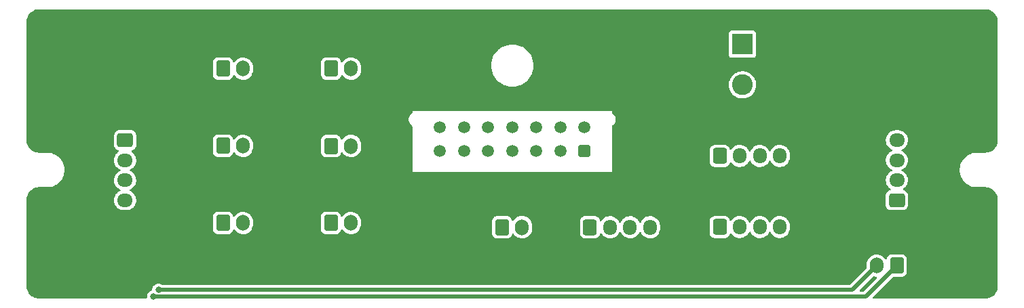
<source format=gbr>
%TF.GenerationSoftware,KiCad,Pcbnew,(6.0.0)*%
%TF.CreationDate,2022-01-12T18:20:28+01:00*%
%TF.ProjectId,Frame_PCB,4672616d-655f-4504-9342-2e6b69636164,rev?*%
%TF.SameCoordinates,Original*%
%TF.FileFunction,Copper,L1,Top*%
%TF.FilePolarity,Positive*%
%FSLAX46Y46*%
G04 Gerber Fmt 4.6, Leading zero omitted, Abs format (unit mm)*
G04 Created by KiCad (PCBNEW (6.0.0)) date 2022-01-12 18:20:28*
%MOMM*%
%LPD*%
G01*
G04 APERTURE LIST*
G04 Aperture macros list*
%AMRoundRect*
0 Rectangle with rounded corners*
0 $1 Rounding radius*
0 $2 $3 $4 $5 $6 $7 $8 $9 X,Y pos of 4 corners*
0 Add a 4 corners polygon primitive as box body*
4,1,4,$2,$3,$4,$5,$6,$7,$8,$9,$2,$3,0*
0 Add four circle primitives for the rounded corners*
1,1,$1+$1,$2,$3*
1,1,$1+$1,$4,$5*
1,1,$1+$1,$6,$7*
1,1,$1+$1,$8,$9*
0 Add four rect primitives between the rounded corners*
20,1,$1+$1,$2,$3,$4,$5,0*
20,1,$1+$1,$4,$5,$6,$7,0*
20,1,$1+$1,$6,$7,$8,$9,0*
20,1,$1+$1,$8,$9,$2,$3,0*%
G04 Aperture macros list end*
%TA.AperFunction,ComponentPad*%
%ADD10RoundRect,0.250000X0.500000X0.500000X-0.500000X0.500000X-0.500000X-0.500000X0.500000X-0.500000X0*%
%TD*%
%TA.AperFunction,ComponentPad*%
%ADD11C,1.500000*%
%TD*%
%TA.AperFunction,ComponentPad*%
%ADD12RoundRect,0.250000X0.600000X0.750000X-0.600000X0.750000X-0.600000X-0.750000X0.600000X-0.750000X0*%
%TD*%
%TA.AperFunction,ComponentPad*%
%ADD13O,1.700000X2.000000*%
%TD*%
%TA.AperFunction,ComponentPad*%
%ADD14RoundRect,0.250000X-0.600000X-0.750000X0.600000X-0.750000X0.600000X0.750000X-0.600000X0.750000X0*%
%TD*%
%TA.AperFunction,ComponentPad*%
%ADD15RoundRect,0.250000X-0.600000X-0.725000X0.600000X-0.725000X0.600000X0.725000X-0.600000X0.725000X0*%
%TD*%
%TA.AperFunction,ComponentPad*%
%ADD16O,1.700000X1.950000*%
%TD*%
%TA.AperFunction,ComponentPad*%
%ADD17R,2.600000X2.600000*%
%TD*%
%TA.AperFunction,ComponentPad*%
%ADD18C,2.600000*%
%TD*%
%TA.AperFunction,ComponentPad*%
%ADD19RoundRect,0.250000X-0.725000X0.600000X-0.725000X-0.600000X0.725000X-0.600000X0.725000X0.600000X0*%
%TD*%
%TA.AperFunction,ComponentPad*%
%ADD20O,1.950000X1.700000*%
%TD*%
%TA.AperFunction,ComponentPad*%
%ADD21RoundRect,0.250000X0.725000X-0.600000X0.725000X0.600000X-0.725000X0.600000X-0.725000X-0.600000X0*%
%TD*%
%TA.AperFunction,ViaPad*%
%ADD22C,0.800000*%
%TD*%
%TA.AperFunction,Conductor*%
%ADD23C,0.500000*%
%TD*%
G04 APERTURE END LIST*
D10*
%TO.P,J1,1,Pin_1*%
%TO.N,Net-(J1-Pad1)*%
X109000000Y-99629000D03*
D11*
%TO.P,J1,2,Pin_2*%
%TO.N,Net-(J1-Pad2)*%
X106000000Y-99629000D03*
%TO.P,J1,3,Pin_3*%
%TO.N,Net-(J1-Pad3)*%
X103000000Y-99629000D03*
%TO.P,J1,4,Pin_4*%
%TO.N,Net-(J1-Pad4)*%
X100000000Y-99629000D03*
%TO.P,J1,5,Pin_5*%
%TO.N,Net-(J1-Pad5)*%
X97000000Y-99629000D03*
%TO.P,J1,6,Pin_6*%
%TO.N,Net-(J1-Pad6)*%
X94000000Y-99629000D03*
%TO.P,J1,7,Pin_7*%
%TO.N,Net-(J1-Pad7)*%
X91000000Y-99629000D03*
%TO.P,J1,8,Pin_8*%
%TO.N,Net-(J1-Pad8)*%
X109000000Y-96629000D03*
%TO.P,J1,9,Pin_9*%
%TO.N,Net-(J1-Pad9)*%
X106000000Y-96629000D03*
%TO.P,J1,10,Pin_10*%
%TO.N,Net-(J1-Pad10)*%
X103000000Y-96629000D03*
%TO.P,J1,11,Pin_11*%
%TO.N,Net-(J1-Pad11)*%
X100000000Y-96629000D03*
%TO.P,J1,12,Pin_12*%
%TO.N,Net-(J1-Pad12)*%
X97000000Y-96629000D03*
%TO.P,J1,13,Pin_13*%
%TO.N,Net-(J1-Pad13)*%
X94000000Y-96629000D03*
%TO.P,J1,14,Pin_14*%
%TO.N,Net-(J1-Pad14)*%
X91000000Y-96629000D03*
%TD*%
D12*
%TO.P,J9,1,Pin_1*%
%TO.N,Net-(J8-Pad1)*%
X148006000Y-113970000D03*
D13*
%TO.P,J9,2,Pin_2*%
%TO.N,Net-(J8-Pad2)*%
X145506000Y-113970000D03*
%TD*%
D14*
%TO.P,J3,1,Pin_1*%
%TO.N,Net-(J1-Pad14)*%
X77414000Y-99001000D03*
D13*
%TO.P,J3,2,Pin_2*%
%TO.N,Net-(J1-Pad13)*%
X79914000Y-99001000D03*
%TD*%
D14*
%TO.P,J4,1,Pin_1*%
%TO.N,Net-(J1-Pad7)*%
X77394000Y-108636000D03*
D13*
%TO.P,J4,2,Pin_2*%
%TO.N,Net-(J1-Pad6)*%
X79894000Y-108636000D03*
%TD*%
D14*
%TO.P,J6,1,Pin_1*%
%TO.N,Net-(J1-Pad10)*%
X77414000Y-89332000D03*
D13*
%TO.P,J6,2,Pin_2*%
%TO.N,Net-(J1-Pad11)*%
X79914000Y-89332000D03*
%TD*%
D14*
%TO.P,J7,1,Pin_1*%
%TO.N,Net-(J1-Pad5)*%
X63932000Y-89332000D03*
D13*
%TO.P,J7,2,Pin_2*%
%TO.N,Net-(J1-Pad12)*%
X66432000Y-89332000D03*
%TD*%
D15*
%TO.P,J2,1,Pin_1*%
%TO.N,Net-(J1-Pad4)*%
X109712000Y-109161000D03*
D16*
%TO.P,J2,2,Pin_2*%
%TO.N,Net-(J1-Pad3)*%
X112212000Y-109161000D03*
%TO.P,J2,3,Pin_3*%
%TO.N,Net-(J1-Pad2)*%
X114712000Y-109161000D03*
%TO.P,J2,4,Pin_4*%
%TO.N,Net-(J1-Pad1)*%
X117212000Y-109161000D03*
%TD*%
D17*
%TO.P,J5,1,Pin_1*%
%TO.N,Net-(J1-Pad9)*%
X128753000Y-86279000D03*
D18*
%TO.P,J5,2,Pin_2*%
%TO.N,Net-(J1-Pad8)*%
X128753000Y-91359000D03*
%TD*%
D14*
%TO.P,J10,1,Pin_1*%
%TO.N,Net-(J10-Pad1)*%
X63932000Y-108636000D03*
D13*
%TO.P,J10,2,Pin_2*%
%TO.N,Net-(J10-Pad2)*%
X66432000Y-108636000D03*
%TD*%
D14*
%TO.P,J8,1,Pin_1*%
%TO.N,Net-(J8-Pad1)*%
X63932000Y-98984000D03*
D13*
%TO.P,J8,2,Pin_2*%
%TO.N,Net-(J8-Pad2)*%
X66432000Y-98984000D03*
%TD*%
D15*
%TO.P,J17,1,Pin_1*%
%TO.N,Net-(J16-Pad1)*%
X125908000Y-100254000D03*
D16*
%TO.P,J17,2,Pin_2*%
%TO.N,Net-(J16-Pad2)*%
X128408000Y-100254000D03*
%TO.P,J17,3,Pin_3*%
%TO.N,Net-(J16-Pad3)*%
X130908000Y-100254000D03*
%TO.P,J17,4,Pin_4*%
%TO.N,Net-(J16-Pad4)*%
X133408000Y-100254000D03*
%TD*%
D19*
%TO.P,J14,1,Pin_1*%
%TO.N,Net-(J14-Pad1)*%
X51723000Y-98282000D03*
D20*
%TO.P,J14,2,Pin_2*%
%TO.N,Net-(J14-Pad2)*%
X51723000Y-100782000D03*
%TO.P,J14,3,Pin_3*%
%TO.N,Net-(J14-Pad3)*%
X51723000Y-103282000D03*
%TO.P,J14,4,Pin_4*%
%TO.N,Net-(J14-Pad4)*%
X51723000Y-105782000D03*
%TD*%
D14*
%TO.P,J11,1,Pin_1*%
%TO.N,Net-(J10-Pad1)*%
X98750000Y-109161000D03*
D13*
%TO.P,J11,2,Pin_2*%
%TO.N,Net-(J10-Pad2)*%
X101250000Y-109161000D03*
%TD*%
D21*
%TO.P,J16,1,Pin_1*%
%TO.N,Net-(J16-Pad1)*%
X148006000Y-105782000D03*
D20*
%TO.P,J16,2,Pin_2*%
%TO.N,Net-(J16-Pad2)*%
X148006000Y-103282000D03*
%TO.P,J16,3,Pin_3*%
%TO.N,Net-(J16-Pad3)*%
X148006000Y-100782000D03*
%TO.P,J16,4,Pin_4*%
%TO.N,Net-(J16-Pad4)*%
X148006000Y-98282000D03*
%TD*%
D15*
%TO.P,J15,1,Pin_1*%
%TO.N,Net-(J14-Pad1)*%
X125908000Y-109144000D03*
D16*
%TO.P,J15,2,Pin_2*%
%TO.N,Net-(J14-Pad2)*%
X128408000Y-109144000D03*
%TO.P,J15,3,Pin_3*%
%TO.N,Net-(J14-Pad3)*%
X130908000Y-109144000D03*
%TO.P,J15,4,Pin_4*%
%TO.N,Net-(J14-Pad4)*%
X133408000Y-109144000D03*
%TD*%
D22*
%TO.N,Net-(J8-Pad1)*%
X55245000Y-117867511D03*
%TO.N,Net-(J8-Pad2)*%
X55880000Y-117018011D03*
%TD*%
D23*
%TO.N,Net-(J8-Pad1)*%
X144108489Y-117867511D02*
X148006000Y-113970000D01*
X55245000Y-117867511D02*
X144108489Y-117867511D01*
X148006000Y-113225000D02*
X147735000Y-113225000D01*
%TO.N,Net-(J8-Pad2)*%
X55880011Y-117018000D02*
X142458000Y-117018000D01*
X142458000Y-117018000D02*
X145506000Y-113970000D01*
X55880000Y-117018011D02*
X55880011Y-117018000D01*
X145506000Y-113422000D02*
X145506000Y-113225000D01*
%TD*%
%TA.AperFunction,NonConductor*%
G36*
X145158372Y-115322661D02*
G01*
X145317120Y-115360774D01*
X145317131Y-115360776D01*
X145322585Y-115362085D01*
X145355199Y-115363965D01*
X145393171Y-115366155D01*
X145460028Y-115390045D01*
X145503355Y-115446288D01*
X145509396Y-115517027D01*
X145475013Y-115581041D01*
X143875948Y-117180106D01*
X143813636Y-117214132D01*
X143786853Y-117217011D01*
X143483125Y-117217011D01*
X143415004Y-117197009D01*
X143368511Y-117143353D01*
X143358407Y-117073079D01*
X143387901Y-117008499D01*
X143394030Y-117001916D01*
X145039862Y-115356084D01*
X145102174Y-115322058D01*
X145158372Y-115322661D01*
G37*
%TD.AperFunction*%
%TA.AperFunction,NonConductor*%
G36*
X158978311Y-81901551D02*
G01*
X159000000Y-81904986D01*
X159009792Y-81903435D01*
X159016218Y-81903435D01*
X159036109Y-81902583D01*
X159218713Y-81915643D01*
X159236508Y-81918201D01*
X159441971Y-81962897D01*
X159459216Y-81967961D01*
X159656223Y-82041442D01*
X159672575Y-82048909D01*
X159857118Y-82149676D01*
X159872242Y-82159396D01*
X160040566Y-82285402D01*
X160054152Y-82297175D01*
X160202825Y-82445848D01*
X160214598Y-82459434D01*
X160340604Y-82627758D01*
X160350324Y-82642882D01*
X160451091Y-82827425D01*
X160458558Y-82843777D01*
X160532039Y-83040784D01*
X160537105Y-83058034D01*
X160581799Y-83263493D01*
X160584357Y-83281287D01*
X160597417Y-83463891D01*
X160596565Y-83483782D01*
X160596565Y-83490208D01*
X160595014Y-83500000D01*
X160596565Y-83509792D01*
X160598449Y-83521687D01*
X160600000Y-83541398D01*
X160600000Y-98208602D01*
X160598449Y-98228311D01*
X160595014Y-98250000D01*
X160596565Y-98259792D01*
X160596565Y-98266218D01*
X160597417Y-98286109D01*
X160584357Y-98468713D01*
X160581799Y-98486507D01*
X160552055Y-98623242D01*
X160537105Y-98691966D01*
X160532039Y-98709216D01*
X160458558Y-98906223D01*
X160451091Y-98922575D01*
X160350324Y-99107118D01*
X160340604Y-99122242D01*
X160214598Y-99290566D01*
X160202825Y-99304152D01*
X160054152Y-99452825D01*
X160040566Y-99464598D01*
X159872242Y-99590604D01*
X159857118Y-99600324D01*
X159672575Y-99701091D01*
X159656223Y-99708558D01*
X159459216Y-99782039D01*
X159441971Y-99787103D01*
X159258366Y-99827044D01*
X159236507Y-99831799D01*
X159218713Y-99834357D01*
X159036109Y-99847417D01*
X159016218Y-99846565D01*
X159009792Y-99846565D01*
X159000000Y-99845014D01*
X158978311Y-99848449D01*
X158958602Y-99850000D01*
X158041398Y-99850000D01*
X158021689Y-99848449D01*
X158015179Y-99847418D01*
X158009788Y-99846564D01*
X158009787Y-99846564D01*
X158000000Y-99845014D01*
X157995982Y-99845650D01*
X157986732Y-99846256D01*
X157986731Y-99846256D01*
X157722882Y-99863550D01*
X157722878Y-99863551D01*
X157718767Y-99863820D01*
X157714727Y-99864624D01*
X157714724Y-99864624D01*
X157446390Y-99917999D01*
X157446384Y-99918001D01*
X157442345Y-99918804D01*
X157438441Y-99920129D01*
X157438438Y-99920130D01*
X157179371Y-100008071D01*
X157175465Y-100009397D01*
X157084883Y-100054067D01*
X156926398Y-100132223D01*
X156926393Y-100132226D01*
X156922694Y-100134050D01*
X156886146Y-100158471D01*
X156691786Y-100288338D01*
X156691781Y-100288342D01*
X156688355Y-100290631D01*
X156685261Y-100293345D01*
X156685255Y-100293349D01*
X156556877Y-100405934D01*
X156476459Y-100476459D01*
X156473750Y-100479548D01*
X156293349Y-100685255D01*
X156293345Y-100685261D01*
X156290631Y-100688355D01*
X156288342Y-100691781D01*
X156288338Y-100691786D01*
X156250664Y-100748169D01*
X156134050Y-100922694D01*
X156132226Y-100926393D01*
X156132223Y-100926398D01*
X156121072Y-100949010D01*
X156009397Y-101175465D01*
X156008072Y-101179370D01*
X156008071Y-101179371D01*
X155921064Y-101435688D01*
X155918804Y-101442345D01*
X155918001Y-101446384D01*
X155917999Y-101446390D01*
X155880694Y-101633934D01*
X155863820Y-101718767D01*
X155863551Y-101722878D01*
X155863550Y-101722882D01*
X155850890Y-101916041D01*
X155845387Y-102000000D01*
X155845657Y-102004119D01*
X155855001Y-102146674D01*
X155863820Y-102281233D01*
X155864624Y-102285273D01*
X155864624Y-102285276D01*
X155894723Y-102436590D01*
X155918804Y-102557655D01*
X155920129Y-102561559D01*
X155920130Y-102561562D01*
X155959361Y-102677132D01*
X156009397Y-102824535D01*
X156011221Y-102828233D01*
X156128149Y-103065340D01*
X156134050Y-103077307D01*
X156136344Y-103080740D01*
X156267384Y-103276853D01*
X156290631Y-103311645D01*
X156293345Y-103314739D01*
X156293349Y-103314745D01*
X156322765Y-103348287D01*
X156476459Y-103523541D01*
X156479548Y-103526250D01*
X156685255Y-103706651D01*
X156685261Y-103706655D01*
X156688355Y-103709369D01*
X156691781Y-103711658D01*
X156691786Y-103711662D01*
X156766211Y-103761391D01*
X156922694Y-103865950D01*
X156926393Y-103867774D01*
X156926398Y-103867777D01*
X156954672Y-103881720D01*
X157175465Y-103990603D01*
X157179370Y-103991928D01*
X157179371Y-103991929D01*
X157438438Y-104079870D01*
X157438441Y-104079871D01*
X157442345Y-104081196D01*
X157446384Y-104081999D01*
X157446390Y-104082001D01*
X157714724Y-104135376D01*
X157714727Y-104135376D01*
X157718767Y-104136180D01*
X157722878Y-104136449D01*
X157722882Y-104136450D01*
X157827615Y-104143314D01*
X157995982Y-104154350D01*
X158000000Y-104154986D01*
X158009787Y-104153436D01*
X158009788Y-104153436D01*
X158016439Y-104152382D01*
X158021689Y-104151551D01*
X158041398Y-104150000D01*
X158958602Y-104150000D01*
X158978311Y-104151551D01*
X159000000Y-104154986D01*
X159009792Y-104153435D01*
X159016218Y-104153435D01*
X159036109Y-104152583D01*
X159218713Y-104165643D01*
X159236508Y-104168201D01*
X159441971Y-104212897D01*
X159459216Y-104217961D01*
X159656223Y-104291442D01*
X159672575Y-104298909D01*
X159857118Y-104399676D01*
X159872242Y-104409396D01*
X160040566Y-104535402D01*
X160054152Y-104547175D01*
X160202825Y-104695848D01*
X160214598Y-104709434D01*
X160340604Y-104877758D01*
X160350324Y-104892882D01*
X160451091Y-105077425D01*
X160458558Y-105093777D01*
X160532039Y-105290784D01*
X160537103Y-105308029D01*
X160554279Y-105386983D01*
X160581799Y-105513493D01*
X160584357Y-105531287D01*
X160597417Y-105713891D01*
X160596565Y-105733782D01*
X160596565Y-105740208D01*
X160595014Y-105750000D01*
X160596565Y-105759792D01*
X160598449Y-105771687D01*
X160600000Y-105791398D01*
X160600000Y-116458602D01*
X160598449Y-116478311D01*
X160595014Y-116500000D01*
X160596565Y-116509792D01*
X160596565Y-116516218D01*
X160597417Y-116536109D01*
X160584357Y-116718713D01*
X160581799Y-116736507D01*
X160537105Y-116941966D01*
X160532039Y-116959216D01*
X160458558Y-117156223D01*
X160451091Y-117172575D01*
X160350324Y-117357118D01*
X160340604Y-117372242D01*
X160214598Y-117540566D01*
X160202825Y-117554152D01*
X160054152Y-117702825D01*
X160040566Y-117714598D01*
X159872242Y-117840604D01*
X159857118Y-117850324D01*
X159672575Y-117951091D01*
X159656223Y-117958558D01*
X159459216Y-118032039D01*
X159441971Y-118037103D01*
X159256982Y-118077345D01*
X159236507Y-118081799D01*
X159218713Y-118084357D01*
X159036109Y-118097417D01*
X159016218Y-118096565D01*
X159009792Y-118096565D01*
X159000000Y-118095014D01*
X158978311Y-118098449D01*
X158958602Y-118100000D01*
X145100136Y-118100000D01*
X145032015Y-118079998D01*
X144985522Y-118026342D01*
X144975418Y-117956068D01*
X145004912Y-117891488D01*
X145011041Y-117884905D01*
X147488541Y-115407405D01*
X147550853Y-115373379D01*
X147577636Y-115370500D01*
X148671694Y-115370500D01*
X148674140Y-115370308D01*
X148674153Y-115370307D01*
X148695416Y-115368633D01*
X148708569Y-115367598D01*
X148754049Y-115354385D01*
X148858785Y-115323956D01*
X148858786Y-115323955D01*
X148866398Y-115321744D01*
X149007865Y-115238081D01*
X149124081Y-115121865D01*
X149207744Y-114980398D01*
X149253598Y-114822569D01*
X149254633Y-114809416D01*
X149256307Y-114788153D01*
X149256308Y-114788140D01*
X149256500Y-114785694D01*
X149256500Y-113154306D01*
X149256308Y-113151860D01*
X149256307Y-113151847D01*
X149254103Y-113123850D01*
X149253598Y-113117431D01*
X149207744Y-112959602D01*
X149124081Y-112818135D01*
X149007865Y-112701919D01*
X148937144Y-112660095D01*
X148873221Y-112622291D01*
X148873220Y-112622291D01*
X148866398Y-112618256D01*
X148858786Y-112616045D01*
X148858785Y-112616044D01*
X148714754Y-112574199D01*
X148714755Y-112574199D01*
X148708569Y-112572402D01*
X148695416Y-112571367D01*
X148674153Y-112569693D01*
X148674140Y-112569692D01*
X148671694Y-112569500D01*
X147340306Y-112569500D01*
X147337860Y-112569692D01*
X147337847Y-112569693D01*
X147316584Y-112571367D01*
X147303431Y-112572402D01*
X147297245Y-112574199D01*
X147297246Y-112574199D01*
X147153215Y-112616044D01*
X147153214Y-112616045D01*
X147145602Y-112618256D01*
X147138780Y-112622291D01*
X147138779Y-112622291D01*
X147074856Y-112660095D01*
X147004135Y-112701919D01*
X146887919Y-112818135D01*
X146804256Y-112959602D01*
X146776033Y-113056747D01*
X146768080Y-113084121D01*
X146729867Y-113143956D01*
X146665371Y-113173634D01*
X146595068Y-113163731D01*
X146544761Y-113122494D01*
X146459730Y-113004161D01*
X146459724Y-113004154D01*
X146456448Y-112999595D01*
X146296146Y-112844251D01*
X146110868Y-112719750D01*
X145906471Y-112630026D01*
X145901023Y-112628718D01*
X145901017Y-112628716D01*
X145694872Y-112579225D01*
X145694871Y-112579225D01*
X145689415Y-112577915D01*
X145593798Y-112572402D01*
X145472169Y-112565389D01*
X145472166Y-112565389D01*
X145466562Y-112565066D01*
X145244956Y-112591883D01*
X145031600Y-112657519D01*
X144833241Y-112759901D01*
X144828799Y-112763310D01*
X144828795Y-112763312D01*
X144723313Y-112844251D01*
X144656146Y-112895790D01*
X144505914Y-113060893D01*
X144387293Y-113249990D01*
X144304034Y-113457105D01*
X144258767Y-113675690D01*
X144255500Y-113732349D01*
X144255500Y-114176630D01*
X144255749Y-114179417D01*
X144255749Y-114179423D01*
X144260419Y-114231745D01*
X144246552Y-114301374D01*
X144224013Y-114332041D01*
X142225459Y-116330595D01*
X142163147Y-116364621D01*
X142136364Y-116367500D01*
X56385600Y-116367500D01*
X56318086Y-116347885D01*
X56290841Y-116330595D01*
X56233136Y-116293974D01*
X56203352Y-116283368D01*
X56070586Y-116236092D01*
X56070581Y-116236091D01*
X56063951Y-116233730D01*
X56056965Y-116232897D01*
X56056961Y-116232896D01*
X55929177Y-116217659D01*
X55885624Y-116212466D01*
X55878621Y-116213202D01*
X55878620Y-116213202D01*
X55714025Y-116230501D01*
X55714021Y-116230502D01*
X55707017Y-116231238D01*
X55700346Y-116233509D01*
X55543677Y-116286843D01*
X55543674Y-116286844D01*
X55537007Y-116289114D01*
X55531009Y-116292804D01*
X55531007Y-116292805D01*
X55469581Y-116330595D01*
X55384045Y-116383217D01*
X55379014Y-116388143D01*
X55379011Y-116388146D01*
X55316883Y-116448987D01*
X55255732Y-116508870D01*
X55251913Y-116514795D01*
X55251912Y-116514797D01*
X55162265Y-116653902D01*
X55158446Y-116659828D01*
X55156037Y-116666448D01*
X55156035Y-116666451D01*
X55133741Y-116727704D01*
X55097022Y-116828589D01*
X55096139Y-116835579D01*
X55096137Y-116835587D01*
X55074728Y-117005061D01*
X55046347Y-117070137D01*
X54990328Y-117108547D01*
X54902007Y-117138614D01*
X54749045Y-117232717D01*
X54744014Y-117237643D01*
X54744011Y-117237646D01*
X54681883Y-117298487D01*
X54620732Y-117358370D01*
X54523446Y-117509328D01*
X54521037Y-117515948D01*
X54521035Y-117515951D01*
X54507131Y-117554152D01*
X54462022Y-117678089D01*
X54439514Y-117856264D01*
X54449545Y-117958558D01*
X54449853Y-117961704D01*
X54436594Y-118031452D01*
X54387731Y-118082959D01*
X54324454Y-118100000D01*
X41041398Y-118100000D01*
X41021689Y-118098449D01*
X41000000Y-118095014D01*
X40990208Y-118096565D01*
X40983782Y-118096565D01*
X40963891Y-118097417D01*
X40781287Y-118084357D01*
X40763493Y-118081799D01*
X40743018Y-118077345D01*
X40558029Y-118037103D01*
X40540784Y-118032039D01*
X40343777Y-117958558D01*
X40327425Y-117951091D01*
X40142882Y-117850324D01*
X40127758Y-117840604D01*
X39959434Y-117714598D01*
X39945848Y-117702825D01*
X39797175Y-117554152D01*
X39785402Y-117540566D01*
X39659396Y-117372242D01*
X39649676Y-117357118D01*
X39548909Y-117172575D01*
X39541442Y-117156223D01*
X39467961Y-116959216D01*
X39462895Y-116941966D01*
X39418201Y-116736507D01*
X39415643Y-116718713D01*
X39402583Y-116536109D01*
X39403435Y-116516218D01*
X39403435Y-116509792D01*
X39404986Y-116500000D01*
X39401551Y-116478311D01*
X39400000Y-116458602D01*
X39400000Y-109451694D01*
X62681500Y-109451694D01*
X62681692Y-109454140D01*
X62681693Y-109454153D01*
X62683367Y-109475416D01*
X62684402Y-109488569D01*
X62686199Y-109494754D01*
X62724447Y-109626402D01*
X62730256Y-109646398D01*
X62734291Y-109653220D01*
X62734291Y-109653221D01*
X62790728Y-109748651D01*
X62813919Y-109787865D01*
X62930135Y-109904081D01*
X62936956Y-109908115D01*
X63047884Y-109973717D01*
X63071602Y-109987744D01*
X63079214Y-109989955D01*
X63079215Y-109989956D01*
X63164697Y-110014791D01*
X63229431Y-110033598D01*
X63242584Y-110034633D01*
X63263847Y-110036307D01*
X63263860Y-110036308D01*
X63266306Y-110036500D01*
X64597694Y-110036500D01*
X64600140Y-110036308D01*
X64600153Y-110036307D01*
X64621416Y-110034633D01*
X64634569Y-110033598D01*
X64699303Y-110014791D01*
X64784785Y-109989956D01*
X64784786Y-109989955D01*
X64792398Y-109987744D01*
X64816117Y-109973717D01*
X64927044Y-109908115D01*
X64933865Y-109904081D01*
X65050081Y-109787865D01*
X65073272Y-109748651D01*
X65129709Y-109653221D01*
X65129709Y-109653220D01*
X65133744Y-109646398D01*
X65139554Y-109626402D01*
X65146690Y-109601839D01*
X65169921Y-109521878D01*
X65208133Y-109462044D01*
X65272629Y-109432366D01*
X65342932Y-109442269D01*
X65393239Y-109483506D01*
X65478270Y-109601839D01*
X65478276Y-109601846D01*
X65481552Y-109606405D01*
X65525398Y-109648895D01*
X65618209Y-109738835D01*
X65641854Y-109761749D01*
X65827132Y-109886250D01*
X66031529Y-109975974D01*
X66036977Y-109977282D01*
X66036983Y-109977284D01*
X66243128Y-110026775D01*
X66243129Y-110026775D01*
X66248585Y-110028085D01*
X66320875Y-110032253D01*
X66465831Y-110040611D01*
X66465834Y-110040611D01*
X66471438Y-110040934D01*
X66693044Y-110014117D01*
X66906400Y-109948481D01*
X66918436Y-109942269D01*
X67099774Y-109848672D01*
X67104759Y-109846099D01*
X67109201Y-109842690D01*
X67109205Y-109842688D01*
X67277410Y-109713620D01*
X67281854Y-109710210D01*
X67432086Y-109545107D01*
X67490684Y-109451694D01*
X76143500Y-109451694D01*
X76143692Y-109454140D01*
X76143693Y-109454153D01*
X76145367Y-109475416D01*
X76146402Y-109488569D01*
X76148199Y-109494754D01*
X76186447Y-109626402D01*
X76192256Y-109646398D01*
X76196291Y-109653220D01*
X76196291Y-109653221D01*
X76252728Y-109748651D01*
X76275919Y-109787865D01*
X76392135Y-109904081D01*
X76398956Y-109908115D01*
X76509884Y-109973717D01*
X76533602Y-109987744D01*
X76541214Y-109989955D01*
X76541215Y-109989956D01*
X76626697Y-110014791D01*
X76691431Y-110033598D01*
X76704584Y-110034633D01*
X76725847Y-110036307D01*
X76725860Y-110036308D01*
X76728306Y-110036500D01*
X78059694Y-110036500D01*
X78062140Y-110036308D01*
X78062153Y-110036307D01*
X78083416Y-110034633D01*
X78096569Y-110033598D01*
X78161303Y-110014791D01*
X78246785Y-109989956D01*
X78246786Y-109989955D01*
X78254398Y-109987744D01*
X78278117Y-109973717D01*
X78389044Y-109908115D01*
X78395865Y-109904081D01*
X78512081Y-109787865D01*
X78535272Y-109748651D01*
X78591709Y-109653221D01*
X78591709Y-109653220D01*
X78595744Y-109646398D01*
X78601554Y-109626402D01*
X78608690Y-109601839D01*
X78631921Y-109521878D01*
X78670133Y-109462044D01*
X78734629Y-109432366D01*
X78804932Y-109442269D01*
X78855239Y-109483506D01*
X78940270Y-109601839D01*
X78940276Y-109601846D01*
X78943552Y-109606405D01*
X78987398Y-109648895D01*
X79080209Y-109738835D01*
X79103854Y-109761749D01*
X79289132Y-109886250D01*
X79493529Y-109975974D01*
X79498977Y-109977282D01*
X79498983Y-109977284D01*
X79705128Y-110026775D01*
X79705129Y-110026775D01*
X79710585Y-110028085D01*
X79782875Y-110032253D01*
X79927831Y-110040611D01*
X79927834Y-110040611D01*
X79933438Y-110040934D01*
X80155044Y-110014117D01*
X80276691Y-109976694D01*
X97499500Y-109976694D01*
X97499692Y-109979140D01*
X97499693Y-109979153D01*
X97500921Y-109994754D01*
X97502402Y-110013569D01*
X97548256Y-110171398D01*
X97552291Y-110178220D01*
X97552291Y-110178221D01*
X97607080Y-110270865D01*
X97631919Y-110312865D01*
X97748135Y-110429081D01*
X97754956Y-110433115D01*
X97865884Y-110498717D01*
X97889602Y-110512744D01*
X97897214Y-110514955D01*
X97897215Y-110514956D01*
X97982697Y-110539791D01*
X98047431Y-110558598D01*
X98060584Y-110559633D01*
X98081847Y-110561307D01*
X98081860Y-110561308D01*
X98084306Y-110561500D01*
X99415694Y-110561500D01*
X99418140Y-110561308D01*
X99418153Y-110561307D01*
X99439416Y-110559633D01*
X99452569Y-110558598D01*
X99517303Y-110539791D01*
X99602785Y-110514956D01*
X99602786Y-110514955D01*
X99610398Y-110512744D01*
X99634117Y-110498717D01*
X99745044Y-110433115D01*
X99751865Y-110429081D01*
X99868081Y-110312865D01*
X99892920Y-110270865D01*
X99947709Y-110178221D01*
X99947709Y-110178220D01*
X99951744Y-110171398D01*
X99987921Y-110046878D01*
X100026133Y-109987044D01*
X100090629Y-109957366D01*
X100160932Y-109967269D01*
X100211239Y-110008506D01*
X100296270Y-110126839D01*
X100296276Y-110126846D01*
X100299552Y-110131405D01*
X100347862Y-110178221D01*
X100453967Y-110281044D01*
X100459854Y-110286749D01*
X100645132Y-110411250D01*
X100650278Y-110413509D01*
X100650280Y-110413510D01*
X100694942Y-110433115D01*
X100849529Y-110500974D01*
X100854977Y-110502282D01*
X100854983Y-110502284D01*
X101061128Y-110551775D01*
X101061129Y-110551775D01*
X101066585Y-110553085D01*
X101150803Y-110557941D01*
X101283831Y-110565611D01*
X101283834Y-110565611D01*
X101289438Y-110565934D01*
X101511044Y-110539117D01*
X101724400Y-110473481D01*
X101749969Y-110460284D01*
X101917774Y-110373672D01*
X101922759Y-110371099D01*
X101927201Y-110367690D01*
X101927205Y-110367688D01*
X102095410Y-110238620D01*
X102099854Y-110235210D01*
X102250086Y-110070107D01*
X102324367Y-109951694D01*
X108461500Y-109951694D01*
X108461692Y-109954140D01*
X108461693Y-109954153D01*
X108462726Y-109967269D01*
X108464402Y-109988569D01*
X108466199Y-109994754D01*
X108504574Y-110126839D01*
X108510256Y-110146398D01*
X108593919Y-110287865D01*
X108710135Y-110404081D01*
X108716956Y-110408115D01*
X108827884Y-110473717D01*
X108851602Y-110487744D01*
X108859214Y-110489955D01*
X108859215Y-110489956D01*
X108960906Y-110519500D01*
X109009431Y-110533598D01*
X109022584Y-110534633D01*
X109043847Y-110536307D01*
X109043860Y-110536308D01*
X109046306Y-110536500D01*
X110377694Y-110536500D01*
X110380140Y-110536308D01*
X110380153Y-110536307D01*
X110401416Y-110534633D01*
X110414569Y-110533598D01*
X110463094Y-110519500D01*
X110564785Y-110489956D01*
X110564786Y-110489955D01*
X110572398Y-110487744D01*
X110596117Y-110473717D01*
X110707044Y-110408115D01*
X110713865Y-110404081D01*
X110830081Y-110287865D01*
X110913744Y-110146398D01*
X110919427Y-110126839D01*
X110937290Y-110065353D01*
X110949921Y-110021878D01*
X110988133Y-109962044D01*
X111052629Y-109932366D01*
X111122932Y-109942269D01*
X111173239Y-109983506D01*
X111258270Y-110101839D01*
X111258276Y-110101846D01*
X111261552Y-110106405D01*
X111309862Y-110153221D01*
X111397987Y-110238620D01*
X111421854Y-110261749D01*
X111607132Y-110386250D01*
X111612278Y-110388509D01*
X111612280Y-110388510D01*
X111669232Y-110413510D01*
X111811529Y-110475974D01*
X111816977Y-110477282D01*
X111816983Y-110477284D01*
X112023128Y-110526775D01*
X112023129Y-110526775D01*
X112028585Y-110528085D01*
X112112803Y-110532941D01*
X112245831Y-110540611D01*
X112245834Y-110540611D01*
X112251438Y-110540934D01*
X112473044Y-110514117D01*
X112686400Y-110448481D01*
X112719337Y-110431481D01*
X112879774Y-110348672D01*
X112884759Y-110346099D01*
X112889201Y-110342690D01*
X112889205Y-110342688D01*
X113057410Y-110213620D01*
X113061854Y-110210210D01*
X113212086Y-110045107D01*
X113330707Y-109856010D01*
X113332801Y-109850800D01*
X113332805Y-109850793D01*
X113346041Y-109817868D01*
X113390008Y-109762123D01*
X113457132Y-109738998D01*
X113526104Y-109755835D01*
X113576674Y-109810620D01*
X113631292Y-109925129D01*
X113761552Y-110106405D01*
X113809862Y-110153221D01*
X113897987Y-110238620D01*
X113921854Y-110261749D01*
X114107132Y-110386250D01*
X114112278Y-110388509D01*
X114112280Y-110388510D01*
X114169232Y-110413510D01*
X114311529Y-110475974D01*
X114316977Y-110477282D01*
X114316983Y-110477284D01*
X114523128Y-110526775D01*
X114523129Y-110526775D01*
X114528585Y-110528085D01*
X114612803Y-110532941D01*
X114745831Y-110540611D01*
X114745834Y-110540611D01*
X114751438Y-110540934D01*
X114973044Y-110514117D01*
X115186400Y-110448481D01*
X115219337Y-110431481D01*
X115379774Y-110348672D01*
X115384759Y-110346099D01*
X115389201Y-110342690D01*
X115389205Y-110342688D01*
X115557410Y-110213620D01*
X115561854Y-110210210D01*
X115712086Y-110045107D01*
X115830707Y-109856010D01*
X115832801Y-109850800D01*
X115832805Y-109850793D01*
X115846041Y-109817868D01*
X115890008Y-109762123D01*
X115957132Y-109738998D01*
X116026104Y-109755835D01*
X116076674Y-109810620D01*
X116131292Y-109925129D01*
X116261552Y-110106405D01*
X116309862Y-110153221D01*
X116397987Y-110238620D01*
X116421854Y-110261749D01*
X116607132Y-110386250D01*
X116612278Y-110388509D01*
X116612280Y-110388510D01*
X116669232Y-110413510D01*
X116811529Y-110475974D01*
X116816977Y-110477282D01*
X116816983Y-110477284D01*
X117023128Y-110526775D01*
X117023129Y-110526775D01*
X117028585Y-110528085D01*
X117112803Y-110532941D01*
X117245831Y-110540611D01*
X117245834Y-110540611D01*
X117251438Y-110540934D01*
X117473044Y-110514117D01*
X117686400Y-110448481D01*
X117719337Y-110431481D01*
X117879774Y-110348672D01*
X117884759Y-110346099D01*
X117889201Y-110342690D01*
X117889205Y-110342688D01*
X118057410Y-110213620D01*
X118061854Y-110210210D01*
X118212086Y-110045107D01*
X118281348Y-109934694D01*
X124657500Y-109934694D01*
X124657692Y-109937140D01*
X124657693Y-109937153D01*
X124658382Y-109945905D01*
X124660402Y-109971569D01*
X124662199Y-109977754D01*
X124682972Y-110049253D01*
X124706256Y-110129398D01*
X124710291Y-110136220D01*
X124710291Y-110136221D01*
X124766383Y-110231067D01*
X124789919Y-110270865D01*
X124906135Y-110387081D01*
X124912956Y-110391115D01*
X125023884Y-110456717D01*
X125047602Y-110470744D01*
X125055214Y-110472955D01*
X125055215Y-110472956D01*
X125140697Y-110497791D01*
X125205431Y-110516598D01*
X125218584Y-110517633D01*
X125239847Y-110519307D01*
X125239860Y-110519308D01*
X125242306Y-110519500D01*
X126573694Y-110519500D01*
X126576140Y-110519308D01*
X126576153Y-110519307D01*
X126597416Y-110517633D01*
X126610569Y-110516598D01*
X126675303Y-110497791D01*
X126760785Y-110472956D01*
X126760786Y-110472955D01*
X126768398Y-110470744D01*
X126792117Y-110456717D01*
X126903044Y-110391115D01*
X126909865Y-110387081D01*
X127026081Y-110270865D01*
X127049617Y-110231067D01*
X127105709Y-110136221D01*
X127105709Y-110136220D01*
X127109744Y-110129398D01*
X127145921Y-110004878D01*
X127184133Y-109945044D01*
X127248629Y-109915366D01*
X127318932Y-109925269D01*
X127369239Y-109966506D01*
X127454270Y-110084839D01*
X127454276Y-110084846D01*
X127457552Y-110089405D01*
X127504924Y-110135312D01*
X127608011Y-110235210D01*
X127617854Y-110244749D01*
X127803132Y-110369250D01*
X127808278Y-110371509D01*
X127808280Y-110371510D01*
X127852942Y-110391115D01*
X128007529Y-110458974D01*
X128012977Y-110460282D01*
X128012983Y-110460284D01*
X128219128Y-110509775D01*
X128219129Y-110509775D01*
X128224585Y-110511085D01*
X128291724Y-110514956D01*
X128441831Y-110523611D01*
X128441834Y-110523611D01*
X128447438Y-110523934D01*
X128669044Y-110497117D01*
X128882400Y-110431481D01*
X128927665Y-110408118D01*
X129075774Y-110331672D01*
X129080759Y-110329099D01*
X129085201Y-110325690D01*
X129085205Y-110325688D01*
X129253410Y-110196620D01*
X129257854Y-110193210D01*
X129408086Y-110028107D01*
X129526707Y-109839010D01*
X129528801Y-109833800D01*
X129528805Y-109833793D01*
X129542041Y-109800868D01*
X129586008Y-109745123D01*
X129653132Y-109721998D01*
X129722104Y-109738835D01*
X129772674Y-109793620D01*
X129827292Y-109908129D01*
X129957552Y-110089405D01*
X130004924Y-110135312D01*
X130108011Y-110235210D01*
X130117854Y-110244749D01*
X130303132Y-110369250D01*
X130308278Y-110371509D01*
X130308280Y-110371510D01*
X130352942Y-110391115D01*
X130507529Y-110458974D01*
X130512977Y-110460282D01*
X130512983Y-110460284D01*
X130719128Y-110509775D01*
X130719129Y-110509775D01*
X130724585Y-110511085D01*
X130791724Y-110514956D01*
X130941831Y-110523611D01*
X130941834Y-110523611D01*
X130947438Y-110523934D01*
X131169044Y-110497117D01*
X131382400Y-110431481D01*
X131427665Y-110408118D01*
X131575774Y-110331672D01*
X131580759Y-110329099D01*
X131585201Y-110325690D01*
X131585205Y-110325688D01*
X131753410Y-110196620D01*
X131757854Y-110193210D01*
X131908086Y-110028107D01*
X132026707Y-109839010D01*
X132028801Y-109833800D01*
X132028805Y-109833793D01*
X132042041Y-109800868D01*
X132086008Y-109745123D01*
X132153132Y-109721998D01*
X132222104Y-109738835D01*
X132272674Y-109793620D01*
X132327292Y-109908129D01*
X132457552Y-110089405D01*
X132504924Y-110135312D01*
X132608011Y-110235210D01*
X132617854Y-110244749D01*
X132803132Y-110369250D01*
X132808278Y-110371509D01*
X132808280Y-110371510D01*
X132852942Y-110391115D01*
X133007529Y-110458974D01*
X133012977Y-110460282D01*
X133012983Y-110460284D01*
X133219128Y-110509775D01*
X133219129Y-110509775D01*
X133224585Y-110511085D01*
X133291724Y-110514956D01*
X133441831Y-110523611D01*
X133441834Y-110523611D01*
X133447438Y-110523934D01*
X133669044Y-110497117D01*
X133882400Y-110431481D01*
X133927665Y-110408118D01*
X134075774Y-110331672D01*
X134080759Y-110329099D01*
X134085201Y-110325690D01*
X134085205Y-110325688D01*
X134253410Y-110196620D01*
X134257854Y-110193210D01*
X134408086Y-110028107D01*
X134526707Y-109839010D01*
X134609966Y-109631895D01*
X134616191Y-109601839D01*
X134649236Y-109442269D01*
X134655233Y-109413310D01*
X134658500Y-109356651D01*
X134658500Y-108962370D01*
X134656043Y-108934834D01*
X134649961Y-108866690D01*
X134643711Y-108796661D01*
X134641523Y-108788661D01*
X134590939Y-108603760D01*
X134584808Y-108581349D01*
X134580993Y-108573349D01*
X134521676Y-108448990D01*
X134488708Y-108379871D01*
X134358448Y-108198595D01*
X134212462Y-108057124D01*
X134202174Y-108047154D01*
X134202171Y-108047152D01*
X134198146Y-108043251D01*
X134012868Y-107918750D01*
X134001786Y-107913885D01*
X133867343Y-107854869D01*
X133808471Y-107829026D01*
X133803023Y-107827718D01*
X133803017Y-107827716D01*
X133596872Y-107778225D01*
X133596871Y-107778225D01*
X133591415Y-107776915D01*
X133495798Y-107771402D01*
X133374169Y-107764389D01*
X133374166Y-107764389D01*
X133368562Y-107764066D01*
X133146956Y-107790883D01*
X132933600Y-107856519D01*
X132928610Y-107859095D01*
X132928609Y-107859095D01*
X132744132Y-107954312D01*
X132735241Y-107958901D01*
X132730799Y-107962310D01*
X132730795Y-107962312D01*
X132603158Y-108060251D01*
X132558146Y-108094790D01*
X132407914Y-108259893D01*
X132289293Y-108448990D01*
X132287199Y-108454200D01*
X132287195Y-108454207D01*
X132273959Y-108487132D01*
X132229992Y-108542877D01*
X132162868Y-108566002D01*
X132093896Y-108549165D01*
X132043326Y-108494380D01*
X132021676Y-108448990D01*
X131988708Y-108379871D01*
X131858448Y-108198595D01*
X131712462Y-108057124D01*
X131702174Y-108047154D01*
X131702171Y-108047152D01*
X131698146Y-108043251D01*
X131512868Y-107918750D01*
X131501786Y-107913885D01*
X131367343Y-107854869D01*
X131308471Y-107829026D01*
X131303023Y-107827718D01*
X131303017Y-107827716D01*
X131096872Y-107778225D01*
X131096871Y-107778225D01*
X131091415Y-107776915D01*
X130995798Y-107771402D01*
X130874169Y-107764389D01*
X130874166Y-107764389D01*
X130868562Y-107764066D01*
X130646956Y-107790883D01*
X130433600Y-107856519D01*
X130428610Y-107859095D01*
X130428609Y-107859095D01*
X130244132Y-107954312D01*
X130235241Y-107958901D01*
X130230799Y-107962310D01*
X130230795Y-107962312D01*
X130103158Y-108060251D01*
X130058146Y-108094790D01*
X129907914Y-108259893D01*
X129789293Y-108448990D01*
X129787199Y-108454200D01*
X129787195Y-108454207D01*
X129773959Y-108487132D01*
X129729992Y-108542877D01*
X129662868Y-108566002D01*
X129593896Y-108549165D01*
X129543326Y-108494380D01*
X129521676Y-108448990D01*
X129488708Y-108379871D01*
X129358448Y-108198595D01*
X129212462Y-108057124D01*
X129202174Y-108047154D01*
X129202171Y-108047152D01*
X129198146Y-108043251D01*
X129012868Y-107918750D01*
X129001786Y-107913885D01*
X128867343Y-107854869D01*
X128808471Y-107829026D01*
X128803023Y-107827718D01*
X128803017Y-107827716D01*
X128596872Y-107778225D01*
X128596871Y-107778225D01*
X128591415Y-107776915D01*
X128495798Y-107771402D01*
X128374169Y-107764389D01*
X128374166Y-107764389D01*
X128368562Y-107764066D01*
X128146956Y-107790883D01*
X127933600Y-107856519D01*
X127928610Y-107859095D01*
X127928609Y-107859095D01*
X127744132Y-107954312D01*
X127735241Y-107958901D01*
X127730799Y-107962310D01*
X127730795Y-107962312D01*
X127603158Y-108060251D01*
X127558146Y-108094790D01*
X127407914Y-108259893D01*
X127376328Y-108310246D01*
X127373572Y-108314639D01*
X127320429Y-108361717D01*
X127250270Y-108372589D01*
X127185370Y-108343805D01*
X127145838Y-108282836D01*
X127111956Y-108166215D01*
X127111955Y-108166214D01*
X127109744Y-108158602D01*
X127034946Y-108032124D01*
X127030115Y-108023956D01*
X127026081Y-108017135D01*
X126909865Y-107900919D01*
X126839144Y-107859095D01*
X126775221Y-107821291D01*
X126775220Y-107821291D01*
X126768398Y-107817256D01*
X126760786Y-107815045D01*
X126760785Y-107815044D01*
X126616754Y-107773199D01*
X126616755Y-107773199D01*
X126610569Y-107771402D01*
X126597416Y-107770367D01*
X126576153Y-107768693D01*
X126576140Y-107768692D01*
X126573694Y-107768500D01*
X125242306Y-107768500D01*
X125239860Y-107768692D01*
X125239847Y-107768693D01*
X125218584Y-107770367D01*
X125205431Y-107771402D01*
X125199245Y-107773199D01*
X125199246Y-107773199D01*
X125055215Y-107815044D01*
X125055214Y-107815045D01*
X125047602Y-107817256D01*
X125040780Y-107821291D01*
X125040779Y-107821291D01*
X124976856Y-107859095D01*
X124906135Y-107900919D01*
X124789919Y-108017135D01*
X124785885Y-108023956D01*
X124781055Y-108032124D01*
X124706256Y-108158602D01*
X124704045Y-108166214D01*
X124704044Y-108166215D01*
X124694637Y-108198595D01*
X124660402Y-108316431D01*
X124659897Y-108322850D01*
X124657693Y-108350847D01*
X124657692Y-108350860D01*
X124657500Y-108353306D01*
X124657500Y-109934694D01*
X118281348Y-109934694D01*
X118330707Y-109856010D01*
X118413966Y-109648895D01*
X118416410Y-109637097D01*
X118454295Y-109454153D01*
X118459233Y-109430310D01*
X118460953Y-109400474D01*
X118462395Y-109375474D01*
X118462395Y-109375470D01*
X118462500Y-109373651D01*
X118462500Y-108979370D01*
X118459732Y-108948349D01*
X118454675Y-108891690D01*
X118447711Y-108813661D01*
X118443061Y-108796661D01*
X118390288Y-108603760D01*
X118388808Y-108598349D01*
X118383281Y-108586760D01*
X118325676Y-108465990D01*
X118292708Y-108396871D01*
X118162448Y-108215595D01*
X118042063Y-108098933D01*
X118006174Y-108064154D01*
X118006171Y-108064152D01*
X118002146Y-108060251D01*
X117816868Y-107935750D01*
X117772993Y-107916490D01*
X117719296Y-107892919D01*
X117612471Y-107846026D01*
X117607023Y-107844718D01*
X117607017Y-107844716D01*
X117400872Y-107795225D01*
X117400871Y-107795225D01*
X117395415Y-107793915D01*
X117299798Y-107788402D01*
X117178169Y-107781389D01*
X117178166Y-107781389D01*
X117172562Y-107781066D01*
X116950956Y-107807883D01*
X116737600Y-107873519D01*
X116732610Y-107876095D01*
X116732609Y-107876095D01*
X116572177Y-107958901D01*
X116539241Y-107975901D01*
X116534799Y-107979310D01*
X116534795Y-107979312D01*
X116388745Y-108091380D01*
X116362146Y-108111790D01*
X116211914Y-108276893D01*
X116093293Y-108465990D01*
X116091199Y-108471200D01*
X116091195Y-108471207D01*
X116077959Y-108504132D01*
X116033992Y-108559877D01*
X115966868Y-108583002D01*
X115897896Y-108566165D01*
X115847326Y-108511380D01*
X115825676Y-108465990D01*
X115792708Y-108396871D01*
X115662448Y-108215595D01*
X115542063Y-108098933D01*
X115506174Y-108064154D01*
X115506171Y-108064152D01*
X115502146Y-108060251D01*
X115316868Y-107935750D01*
X115272993Y-107916490D01*
X115219296Y-107892919D01*
X115112471Y-107846026D01*
X115107023Y-107844718D01*
X115107017Y-107844716D01*
X114900872Y-107795225D01*
X114900871Y-107795225D01*
X114895415Y-107793915D01*
X114799798Y-107788402D01*
X114678169Y-107781389D01*
X114678166Y-107781389D01*
X114672562Y-107781066D01*
X114450956Y-107807883D01*
X114237600Y-107873519D01*
X114232610Y-107876095D01*
X114232609Y-107876095D01*
X114072177Y-107958901D01*
X114039241Y-107975901D01*
X114034799Y-107979310D01*
X114034795Y-107979312D01*
X113888745Y-108091380D01*
X113862146Y-108111790D01*
X113711914Y-108276893D01*
X113593293Y-108465990D01*
X113591199Y-108471200D01*
X113591195Y-108471207D01*
X113577959Y-108504132D01*
X113533992Y-108559877D01*
X113466868Y-108583002D01*
X113397896Y-108566165D01*
X113347326Y-108511380D01*
X113325676Y-108465990D01*
X113292708Y-108396871D01*
X113162448Y-108215595D01*
X113042063Y-108098933D01*
X113006174Y-108064154D01*
X113006171Y-108064152D01*
X113002146Y-108060251D01*
X112816868Y-107935750D01*
X112772993Y-107916490D01*
X112719296Y-107892919D01*
X112612471Y-107846026D01*
X112607023Y-107844718D01*
X112607017Y-107844716D01*
X112400872Y-107795225D01*
X112400871Y-107795225D01*
X112395415Y-107793915D01*
X112299798Y-107788402D01*
X112178169Y-107781389D01*
X112178166Y-107781389D01*
X112172562Y-107781066D01*
X111950956Y-107807883D01*
X111737600Y-107873519D01*
X111732610Y-107876095D01*
X111732609Y-107876095D01*
X111572177Y-107958901D01*
X111539241Y-107975901D01*
X111534799Y-107979310D01*
X111534795Y-107979312D01*
X111388745Y-108091380D01*
X111362146Y-108111790D01*
X111211914Y-108276893D01*
X111180328Y-108327246D01*
X111177572Y-108331639D01*
X111124429Y-108378717D01*
X111054270Y-108389589D01*
X110989370Y-108360805D01*
X110949838Y-108299836D01*
X110915956Y-108183215D01*
X110915955Y-108183214D01*
X110913744Y-108175602D01*
X110882698Y-108123105D01*
X110834115Y-108040956D01*
X110830081Y-108034135D01*
X110713865Y-107917919D01*
X110701743Y-107910750D01*
X110579221Y-107838291D01*
X110579220Y-107838291D01*
X110572398Y-107834256D01*
X110564786Y-107832045D01*
X110564785Y-107832044D01*
X110428788Y-107792533D01*
X110414569Y-107788402D01*
X110401416Y-107787367D01*
X110380153Y-107785693D01*
X110380140Y-107785692D01*
X110377694Y-107785500D01*
X109046306Y-107785500D01*
X109043860Y-107785692D01*
X109043847Y-107785693D01*
X109022584Y-107787367D01*
X109009431Y-107788402D01*
X108995212Y-107792533D01*
X108859215Y-107832044D01*
X108859214Y-107832045D01*
X108851602Y-107834256D01*
X108844780Y-107838291D01*
X108844779Y-107838291D01*
X108722257Y-107910750D01*
X108710135Y-107917919D01*
X108593919Y-108034135D01*
X108589885Y-108040956D01*
X108541303Y-108123105D01*
X108510256Y-108175602D01*
X108508045Y-108183214D01*
X108508044Y-108183215D01*
X108486710Y-108256647D01*
X108464402Y-108333431D01*
X108463897Y-108339850D01*
X108461693Y-108367847D01*
X108461692Y-108367860D01*
X108461500Y-108370306D01*
X108461500Y-109951694D01*
X102324367Y-109951694D01*
X102368707Y-109881010D01*
X102451966Y-109673895D01*
X102456248Y-109653221D01*
X102487182Y-109503845D01*
X102497233Y-109455310D01*
X102500500Y-109398651D01*
X102500500Y-108954370D01*
X102498757Y-108934834D01*
X102492675Y-108866690D01*
X102485711Y-108788661D01*
X102426808Y-108573349D01*
X102423382Y-108566165D01*
X102359470Y-108432172D01*
X102330708Y-108371871D01*
X102200448Y-108190595D01*
X102115609Y-108108380D01*
X102044174Y-108039154D01*
X102044171Y-108039152D01*
X102040146Y-108035251D01*
X101854868Y-107910750D01*
X101845244Y-107906525D01*
X101766295Y-107871869D01*
X101650471Y-107821026D01*
X101645023Y-107819718D01*
X101645017Y-107819716D01*
X101438872Y-107770225D01*
X101438871Y-107770225D01*
X101433415Y-107768915D01*
X101337798Y-107763402D01*
X101216169Y-107756389D01*
X101216166Y-107756389D01*
X101210562Y-107756066D01*
X100988956Y-107782883D01*
X100775600Y-107848519D01*
X100770610Y-107851095D01*
X100770609Y-107851095D01*
X100730361Y-107871869D01*
X100577241Y-107950901D01*
X100572799Y-107954310D01*
X100572795Y-107954312D01*
X100443192Y-108053760D01*
X100400146Y-108086790D01*
X100249914Y-108251893D01*
X100218328Y-108302246D01*
X100215572Y-108306639D01*
X100162429Y-108353717D01*
X100092270Y-108364589D01*
X100027370Y-108335805D01*
X99987838Y-108274836D01*
X99953956Y-108158215D01*
X99953955Y-108158214D01*
X99951744Y-108150602D01*
X99896462Y-108057124D01*
X99872115Y-108015956D01*
X99868081Y-108009135D01*
X99751865Y-107892919D01*
X99716271Y-107871869D01*
X99617221Y-107813291D01*
X99617220Y-107813291D01*
X99610398Y-107809256D01*
X99602786Y-107807045D01*
X99602785Y-107807044D01*
X99471545Y-107768915D01*
X99452569Y-107763402D01*
X99439416Y-107762367D01*
X99418153Y-107760693D01*
X99418140Y-107760692D01*
X99415694Y-107760500D01*
X98084306Y-107760500D01*
X98081860Y-107760692D01*
X98081847Y-107760693D01*
X98060584Y-107762367D01*
X98047431Y-107763402D01*
X98028455Y-107768915D01*
X97897215Y-107807044D01*
X97897214Y-107807045D01*
X97889602Y-107809256D01*
X97882780Y-107813291D01*
X97882779Y-107813291D01*
X97783729Y-107871869D01*
X97748135Y-107892919D01*
X97631919Y-108009135D01*
X97627885Y-108015956D01*
X97603539Y-108057124D01*
X97548256Y-108150602D01*
X97546045Y-108158214D01*
X97546044Y-108158215D01*
X97532988Y-108203154D01*
X97502402Y-108308431D01*
X97501367Y-108321584D01*
X97499693Y-108342847D01*
X97499692Y-108342860D01*
X97499500Y-108345306D01*
X97499500Y-109976694D01*
X80276691Y-109976694D01*
X80368400Y-109948481D01*
X80380436Y-109942269D01*
X80561774Y-109848672D01*
X80566759Y-109846099D01*
X80571201Y-109842690D01*
X80571205Y-109842688D01*
X80739410Y-109713620D01*
X80743854Y-109710210D01*
X80894086Y-109545107D01*
X81012707Y-109356010D01*
X81095966Y-109148895D01*
X81141233Y-108930310D01*
X81144500Y-108873651D01*
X81144500Y-108429370D01*
X81142052Y-108401933D01*
X81134993Y-108322850D01*
X81129711Y-108263661D01*
X81127793Y-108256647D01*
X81074064Y-108060251D01*
X81070808Y-108048349D01*
X81068377Y-108043251D01*
X81008596Y-107917919D01*
X80974708Y-107846871D01*
X80844448Y-107665595D01*
X80684146Y-107510251D01*
X80498868Y-107385750D01*
X80294471Y-107296026D01*
X80289023Y-107294718D01*
X80289017Y-107294716D01*
X80082872Y-107245225D01*
X80082871Y-107245225D01*
X80077415Y-107243915D01*
X79981798Y-107238402D01*
X79860169Y-107231389D01*
X79860166Y-107231389D01*
X79854562Y-107231066D01*
X79632956Y-107257883D01*
X79419600Y-107323519D01*
X79221241Y-107425901D01*
X79216799Y-107429310D01*
X79216795Y-107429312D01*
X79111313Y-107510251D01*
X79044146Y-107561790D01*
X78893914Y-107726893D01*
X78861714Y-107778225D01*
X78859572Y-107781639D01*
X78806429Y-107828717D01*
X78736270Y-107839589D01*
X78671370Y-107810805D01*
X78631838Y-107749836D01*
X78597956Y-107633215D01*
X78597955Y-107633214D01*
X78595744Y-107625602D01*
X78512081Y-107484135D01*
X78395865Y-107367919D01*
X78325144Y-107326095D01*
X78261221Y-107288291D01*
X78261220Y-107288291D01*
X78254398Y-107284256D01*
X78246786Y-107282045D01*
X78246785Y-107282044D01*
X78102754Y-107240199D01*
X78102755Y-107240199D01*
X78096569Y-107238402D01*
X78083416Y-107237367D01*
X78062153Y-107235693D01*
X78062140Y-107235692D01*
X78059694Y-107235500D01*
X76728306Y-107235500D01*
X76725860Y-107235692D01*
X76725847Y-107235693D01*
X76704584Y-107237367D01*
X76691431Y-107238402D01*
X76685245Y-107240199D01*
X76685246Y-107240199D01*
X76541215Y-107282044D01*
X76541214Y-107282045D01*
X76533602Y-107284256D01*
X76526780Y-107288291D01*
X76526779Y-107288291D01*
X76462856Y-107326095D01*
X76392135Y-107367919D01*
X76275919Y-107484135D01*
X76192256Y-107625602D01*
X76146402Y-107783431D01*
X76145869Y-107790209D01*
X76143693Y-107817847D01*
X76143692Y-107817860D01*
X76143500Y-107820306D01*
X76143500Y-109451694D01*
X67490684Y-109451694D01*
X67550707Y-109356010D01*
X67633966Y-109148895D01*
X67679233Y-108930310D01*
X67682500Y-108873651D01*
X67682500Y-108429370D01*
X67680052Y-108401933D01*
X67672993Y-108322850D01*
X67667711Y-108263661D01*
X67665793Y-108256647D01*
X67612064Y-108060251D01*
X67608808Y-108048349D01*
X67606377Y-108043251D01*
X67546596Y-107917919D01*
X67512708Y-107846871D01*
X67382448Y-107665595D01*
X67222146Y-107510251D01*
X67036868Y-107385750D01*
X66832471Y-107296026D01*
X66827023Y-107294718D01*
X66827017Y-107294716D01*
X66620872Y-107245225D01*
X66620871Y-107245225D01*
X66615415Y-107243915D01*
X66519798Y-107238402D01*
X66398169Y-107231389D01*
X66398166Y-107231389D01*
X66392562Y-107231066D01*
X66170956Y-107257883D01*
X65957600Y-107323519D01*
X65759241Y-107425901D01*
X65754799Y-107429310D01*
X65754795Y-107429312D01*
X65649313Y-107510251D01*
X65582146Y-107561790D01*
X65431914Y-107726893D01*
X65399714Y-107778225D01*
X65397572Y-107781639D01*
X65344429Y-107828717D01*
X65274270Y-107839589D01*
X65209370Y-107810805D01*
X65169838Y-107749836D01*
X65135956Y-107633215D01*
X65135955Y-107633214D01*
X65133744Y-107625602D01*
X65050081Y-107484135D01*
X64933865Y-107367919D01*
X64863144Y-107326095D01*
X64799221Y-107288291D01*
X64799220Y-107288291D01*
X64792398Y-107284256D01*
X64784786Y-107282045D01*
X64784785Y-107282044D01*
X64640754Y-107240199D01*
X64640755Y-107240199D01*
X64634569Y-107238402D01*
X64621416Y-107237367D01*
X64600153Y-107235693D01*
X64600140Y-107235692D01*
X64597694Y-107235500D01*
X63266306Y-107235500D01*
X63263860Y-107235692D01*
X63263847Y-107235693D01*
X63242584Y-107237367D01*
X63229431Y-107238402D01*
X63223245Y-107240199D01*
X63223246Y-107240199D01*
X63079215Y-107282044D01*
X63079214Y-107282045D01*
X63071602Y-107284256D01*
X63064780Y-107288291D01*
X63064779Y-107288291D01*
X63000856Y-107326095D01*
X62930135Y-107367919D01*
X62813919Y-107484135D01*
X62730256Y-107625602D01*
X62684402Y-107783431D01*
X62683869Y-107790209D01*
X62681693Y-107817847D01*
X62681692Y-107817860D01*
X62681500Y-107820306D01*
X62681500Y-109451694D01*
X39400000Y-109451694D01*
X39400000Y-105821438D01*
X50343066Y-105821438D01*
X50369883Y-106043044D01*
X50435519Y-106256400D01*
X50537901Y-106454759D01*
X50541310Y-106459201D01*
X50541312Y-106459205D01*
X50627975Y-106572146D01*
X50673790Y-106631854D01*
X50838893Y-106782086D01*
X51027990Y-106900707D01*
X51235105Y-106983966D01*
X51240593Y-106985103D01*
X51240598Y-106985104D01*
X51390896Y-107016229D01*
X51453690Y-107029233D01*
X51458303Y-107029499D01*
X51508526Y-107032395D01*
X51508530Y-107032395D01*
X51510349Y-107032500D01*
X51904630Y-107032500D01*
X51907417Y-107032251D01*
X51907423Y-107032251D01*
X51976997Y-107026041D01*
X52070339Y-107017711D01*
X52075753Y-107016230D01*
X52075758Y-107016229D01*
X52209250Y-106979709D01*
X52285651Y-106958808D01*
X52290709Y-106956396D01*
X52290713Y-106956394D01*
X52408775Y-106900081D01*
X52487129Y-106862708D01*
X52668405Y-106732448D01*
X52762235Y-106635623D01*
X52819846Y-106576174D01*
X52819848Y-106576171D01*
X52823749Y-106572146D01*
X52948250Y-106386868D01*
X53037974Y-106182471D01*
X53039282Y-106177023D01*
X53039284Y-106177017D01*
X53088775Y-105970872D01*
X53088775Y-105970871D01*
X53090085Y-105965415D01*
X53102934Y-105742562D01*
X53076117Y-105520956D01*
X53010481Y-105307600D01*
X52908099Y-105109241D01*
X52904690Y-105104799D01*
X52904688Y-105104795D01*
X52775620Y-104936590D01*
X52772210Y-104932146D01*
X52607107Y-104781914D01*
X52418010Y-104663293D01*
X52412800Y-104661199D01*
X52412793Y-104661195D01*
X52379868Y-104647959D01*
X52324123Y-104603992D01*
X52300998Y-104536868D01*
X52317835Y-104467896D01*
X52372620Y-104417326D01*
X52409624Y-104399676D01*
X52487129Y-104362708D01*
X52668405Y-104232448D01*
X52743471Y-104154986D01*
X52819846Y-104076174D01*
X52819848Y-104076171D01*
X52823749Y-104072146D01*
X52948250Y-103886868D01*
X52956631Y-103867777D01*
X52999012Y-103771228D01*
X53037974Y-103682471D01*
X53039282Y-103677023D01*
X53039284Y-103677017D01*
X53088775Y-103470872D01*
X53088775Y-103470871D01*
X53090085Y-103465415D01*
X53095982Y-103363144D01*
X53098387Y-103321438D01*
X146626066Y-103321438D01*
X146652883Y-103543044D01*
X146718519Y-103756400D01*
X146820901Y-103954759D01*
X146824310Y-103959201D01*
X146824312Y-103959205D01*
X146917919Y-104081196D01*
X146956790Y-104131854D01*
X147121893Y-104282086D01*
X147141825Y-104294589D01*
X147176639Y-104316428D01*
X147223717Y-104369571D01*
X147234589Y-104439730D01*
X147205805Y-104504630D01*
X147144836Y-104544162D01*
X147028215Y-104578044D01*
X147028214Y-104578045D01*
X147020602Y-104580256D01*
X146879135Y-104663919D01*
X146762919Y-104780135D01*
X146679256Y-104921602D01*
X146677045Y-104929214D01*
X146677044Y-104929215D01*
X146660016Y-104987826D01*
X146633402Y-105079431D01*
X146632897Y-105085850D01*
X146630693Y-105113847D01*
X146630692Y-105113860D01*
X146630500Y-105116306D01*
X146630500Y-106447694D01*
X146630692Y-106450140D01*
X146630693Y-106450153D01*
X146631056Y-106454759D01*
X146633402Y-106484569D01*
X146635199Y-106490754D01*
X146676193Y-106631854D01*
X146679256Y-106642398D01*
X146762919Y-106783865D01*
X146879135Y-106900081D01*
X147020602Y-106983744D01*
X147028214Y-106985955D01*
X147028215Y-106985956D01*
X147132415Y-107016229D01*
X147178431Y-107029598D01*
X147191584Y-107030633D01*
X147212847Y-107032307D01*
X147212860Y-107032308D01*
X147215306Y-107032500D01*
X148796694Y-107032500D01*
X148799140Y-107032308D01*
X148799153Y-107032307D01*
X148820416Y-107030633D01*
X148833569Y-107029598D01*
X148879585Y-107016229D01*
X148983785Y-106985956D01*
X148983786Y-106985955D01*
X148991398Y-106983744D01*
X149132865Y-106900081D01*
X149249081Y-106783865D01*
X149332744Y-106642398D01*
X149335808Y-106631854D01*
X149376801Y-106490754D01*
X149378598Y-106484569D01*
X149380944Y-106454759D01*
X149381307Y-106450153D01*
X149381308Y-106450140D01*
X149381500Y-106447694D01*
X149381500Y-105116306D01*
X149381308Y-105113860D01*
X149381307Y-105113847D01*
X149379103Y-105085850D01*
X149378598Y-105079431D01*
X149351984Y-104987826D01*
X149334956Y-104929215D01*
X149334955Y-104929214D01*
X149332744Y-104921602D01*
X149249081Y-104780135D01*
X149132865Y-104663919D01*
X148991398Y-104580256D01*
X148983786Y-104578045D01*
X148983785Y-104578044D01*
X148948515Y-104567797D01*
X148866878Y-104544079D01*
X148807044Y-104505867D01*
X148777366Y-104441371D01*
X148787269Y-104371068D01*
X148828506Y-104320761D01*
X148946839Y-104235730D01*
X148946846Y-104235724D01*
X148951405Y-104232448D01*
X149026471Y-104154986D01*
X149102846Y-104076174D01*
X149102848Y-104076171D01*
X149106749Y-104072146D01*
X149231250Y-103886868D01*
X149239631Y-103867777D01*
X149282012Y-103771228D01*
X149320974Y-103682471D01*
X149322282Y-103677023D01*
X149322284Y-103677017D01*
X149371775Y-103470872D01*
X149371775Y-103470871D01*
X149373085Y-103465415D01*
X149378982Y-103363144D01*
X149385611Y-103248169D01*
X149385611Y-103248166D01*
X149385934Y-103242562D01*
X149359117Y-103020956D01*
X149293481Y-102807600D01*
X149257754Y-102738380D01*
X149193672Y-102614226D01*
X149191099Y-102609241D01*
X149187690Y-102604799D01*
X149187688Y-102604795D01*
X149058620Y-102436590D01*
X149055210Y-102432146D01*
X148890107Y-102281914D01*
X148701010Y-102163293D01*
X148695800Y-102161199D01*
X148695793Y-102161195D01*
X148662868Y-102147959D01*
X148607123Y-102103992D01*
X148583998Y-102036868D01*
X148600835Y-101967896D01*
X148655620Y-101917326D01*
X148690462Y-101900707D01*
X148770129Y-101862708D01*
X148951405Y-101732448D01*
X149060593Y-101619775D01*
X149102846Y-101576174D01*
X149102848Y-101576171D01*
X149106749Y-101572146D01*
X149231250Y-101386868D01*
X149236880Y-101374044D01*
X149286230Y-101261620D01*
X149320974Y-101182471D01*
X149322282Y-101177023D01*
X149322284Y-101177017D01*
X149371775Y-100970872D01*
X149371775Y-100970871D01*
X149373085Y-100965415D01*
X149379807Y-100848835D01*
X149385611Y-100748169D01*
X149385611Y-100748166D01*
X149385934Y-100742562D01*
X149359117Y-100520956D01*
X149293481Y-100307600D01*
X149243673Y-100211099D01*
X149193672Y-100114226D01*
X149191099Y-100109241D01*
X149187690Y-100104799D01*
X149187688Y-100104795D01*
X149058620Y-99936590D01*
X149055210Y-99932146D01*
X148890107Y-99781914D01*
X148701010Y-99663293D01*
X148695800Y-99661199D01*
X148695793Y-99661195D01*
X148662868Y-99647959D01*
X148607123Y-99603992D01*
X148583998Y-99536868D01*
X148600835Y-99467896D01*
X148655620Y-99417326D01*
X148691775Y-99400081D01*
X148770129Y-99362708D01*
X148951405Y-99232448D01*
X149045235Y-99135623D01*
X149102846Y-99076174D01*
X149102848Y-99076171D01*
X149106749Y-99072146D01*
X149231250Y-98886868D01*
X149233650Y-98881402D01*
X149280542Y-98774577D01*
X149320974Y-98682471D01*
X149322282Y-98677023D01*
X149322284Y-98677017D01*
X149371775Y-98470872D01*
X149371775Y-98470871D01*
X149373085Y-98465415D01*
X149383423Y-98286109D01*
X149385611Y-98248169D01*
X149385611Y-98248166D01*
X149385934Y-98242562D01*
X149359117Y-98020956D01*
X149293481Y-97807600D01*
X149286623Y-97794312D01*
X149193672Y-97614226D01*
X149191099Y-97609241D01*
X149187690Y-97604799D01*
X149187688Y-97604795D01*
X149058620Y-97436590D01*
X149055210Y-97432146D01*
X148890107Y-97281914D01*
X148701010Y-97163293D01*
X148493895Y-97080034D01*
X148488407Y-97078897D01*
X148488402Y-97078896D01*
X148323845Y-97044818D01*
X148275310Y-97034767D01*
X148260222Y-97033897D01*
X148220474Y-97031605D01*
X148220470Y-97031605D01*
X148218651Y-97031500D01*
X147824370Y-97031500D01*
X147821583Y-97031749D01*
X147821577Y-97031749D01*
X147752003Y-97037959D01*
X147658661Y-97046289D01*
X147653247Y-97047770D01*
X147653242Y-97047771D01*
X147542585Y-97078044D01*
X147443349Y-97105192D01*
X147438291Y-97107604D01*
X147438287Y-97107606D01*
X147342610Y-97153242D01*
X147241871Y-97201292D01*
X147060595Y-97331552D01*
X147056688Y-97335584D01*
X146965953Y-97429215D01*
X146905251Y-97491854D01*
X146902124Y-97496508D01*
X146785631Y-97669869D01*
X146780750Y-97677132D01*
X146778491Y-97682278D01*
X146778490Y-97682280D01*
X146756261Y-97732919D01*
X146691026Y-97881529D01*
X146689718Y-97886977D01*
X146689716Y-97886983D01*
X146640225Y-98093128D01*
X146638915Y-98098585D01*
X146638592Y-98104190D01*
X146630750Y-98240207D01*
X146626066Y-98321438D01*
X146652883Y-98543044D01*
X146718519Y-98756400D01*
X146721095Y-98761390D01*
X146721095Y-98761391D01*
X146783038Y-98881402D01*
X146820901Y-98954759D01*
X146824310Y-98959201D01*
X146824312Y-98959205D01*
X146937810Y-99107119D01*
X146956790Y-99131854D01*
X147070942Y-99235724D01*
X147112674Y-99273697D01*
X147121893Y-99282086D01*
X147310990Y-99400707D01*
X147316200Y-99402801D01*
X147316207Y-99402805D01*
X147349132Y-99416041D01*
X147404877Y-99460008D01*
X147428002Y-99527132D01*
X147411165Y-99596104D01*
X147356380Y-99646674D01*
X147241871Y-99701292D01*
X147060595Y-99831552D01*
X147006979Y-99886879D01*
X146925068Y-99971405D01*
X146905251Y-99991854D01*
X146780750Y-100177132D01*
X146778491Y-100182278D01*
X146778490Y-100182280D01*
X146764710Y-100213672D01*
X146691026Y-100381529D01*
X146689718Y-100386977D01*
X146689716Y-100386983D01*
X146655901Y-100527834D01*
X146638915Y-100598585D01*
X146626066Y-100821438D01*
X146652883Y-101043044D01*
X146718519Y-101256400D01*
X146820901Y-101454759D01*
X146824310Y-101459201D01*
X146824312Y-101459205D01*
X146948527Y-101621085D01*
X146956790Y-101631854D01*
X147121893Y-101782086D01*
X147310990Y-101900707D01*
X147316200Y-101902801D01*
X147316207Y-101902805D01*
X147349132Y-101916041D01*
X147404877Y-101960008D01*
X147428002Y-102027132D01*
X147411165Y-102096104D01*
X147356380Y-102146674D01*
X147241871Y-102201292D01*
X147060595Y-102331552D01*
X146905251Y-102491854D01*
X146780750Y-102677132D01*
X146691026Y-102881529D01*
X146689718Y-102886977D01*
X146689716Y-102886983D01*
X146646896Y-103065340D01*
X146638915Y-103098585D01*
X146638592Y-103104190D01*
X146626631Y-103311645D01*
X146626066Y-103321438D01*
X53098387Y-103321438D01*
X53102611Y-103248169D01*
X53102611Y-103248166D01*
X53102934Y-103242562D01*
X53076117Y-103020956D01*
X53010481Y-102807600D01*
X52974754Y-102738380D01*
X52910672Y-102614226D01*
X52908099Y-102609241D01*
X52904690Y-102604799D01*
X52904688Y-102604795D01*
X52775620Y-102436590D01*
X52772210Y-102432146D01*
X52607107Y-102281914D01*
X52418010Y-102163293D01*
X52412800Y-102161199D01*
X52412793Y-102161195D01*
X52379868Y-102147959D01*
X52324123Y-102103992D01*
X52300998Y-102036868D01*
X52317835Y-101967896D01*
X52372620Y-101917326D01*
X52407462Y-101900707D01*
X52487129Y-101862708D01*
X52668405Y-101732448D01*
X52777593Y-101619775D01*
X52819846Y-101576174D01*
X52819848Y-101576171D01*
X52823749Y-101572146D01*
X52948250Y-101386868D01*
X52953880Y-101374044D01*
X53003230Y-101261620D01*
X53037974Y-101182471D01*
X53039282Y-101177023D01*
X53039284Y-101177017D01*
X53088775Y-100970872D01*
X53088775Y-100970871D01*
X53090085Y-100965415D01*
X53096807Y-100848835D01*
X53102611Y-100748169D01*
X53102611Y-100748166D01*
X53102934Y-100742562D01*
X53076117Y-100520956D01*
X53010481Y-100307600D01*
X52960673Y-100211099D01*
X52910672Y-100114226D01*
X52908099Y-100109241D01*
X52904690Y-100104799D01*
X52904688Y-100104795D01*
X52775620Y-99936590D01*
X52772210Y-99932146D01*
X52626647Y-99799694D01*
X62681500Y-99799694D01*
X62681692Y-99802140D01*
X62681693Y-99802153D01*
X62682643Y-99814223D01*
X62684402Y-99836569D01*
X62687854Y-99848450D01*
X62727436Y-99984690D01*
X62730256Y-99994398D01*
X62734291Y-100001220D01*
X62734291Y-100001221D01*
X62795544Y-100104795D01*
X62813919Y-100135865D01*
X62930135Y-100252081D01*
X62936956Y-100256115D01*
X63047884Y-100321717D01*
X63071602Y-100335744D01*
X63079214Y-100337955D01*
X63079215Y-100337956D01*
X63164697Y-100362791D01*
X63229431Y-100381598D01*
X63242584Y-100382633D01*
X63263847Y-100384307D01*
X63263860Y-100384308D01*
X63266306Y-100384500D01*
X64597694Y-100384500D01*
X64600140Y-100384308D01*
X64600153Y-100384307D01*
X64621416Y-100382633D01*
X64634569Y-100381598D01*
X64699303Y-100362791D01*
X64784785Y-100337956D01*
X64784786Y-100337955D01*
X64792398Y-100335744D01*
X64816117Y-100321717D01*
X64927044Y-100256115D01*
X64933865Y-100252081D01*
X65050081Y-100135865D01*
X65068456Y-100104795D01*
X65129709Y-100001221D01*
X65129709Y-100001220D01*
X65133744Y-99994398D01*
X65136565Y-99984690D01*
X65157028Y-99914253D01*
X65169921Y-99869878D01*
X65208133Y-99810044D01*
X65272629Y-99780366D01*
X65342932Y-99790269D01*
X65393239Y-99831506D01*
X65478270Y-99949839D01*
X65478276Y-99949846D01*
X65481552Y-99954405D01*
X65524999Y-99996508D01*
X65636742Y-100104795D01*
X65641854Y-100109749D01*
X65827132Y-100234250D01*
X65832278Y-100236509D01*
X65832280Y-100236510D01*
X65876942Y-100256115D01*
X66031529Y-100323974D01*
X66036977Y-100325282D01*
X66036983Y-100325284D01*
X66243128Y-100374775D01*
X66243129Y-100374775D01*
X66248585Y-100376085D01*
X66332803Y-100380941D01*
X66465831Y-100388611D01*
X66465834Y-100388611D01*
X66471438Y-100388934D01*
X66693044Y-100362117D01*
X66906400Y-100296481D01*
X67000101Y-100248118D01*
X67099774Y-100196672D01*
X67104759Y-100194099D01*
X67109201Y-100190690D01*
X67109205Y-100190688D01*
X67277410Y-100061620D01*
X67281854Y-100058210D01*
X67432086Y-99893107D01*
X67480020Y-99816694D01*
X76163500Y-99816694D01*
X76163692Y-99819140D01*
X76163693Y-99819153D01*
X76165064Y-99836569D01*
X76166402Y-99853569D01*
X76168199Y-99859754D01*
X76205408Y-99987826D01*
X76212256Y-100011398D01*
X76216291Y-100018220D01*
X76216291Y-100018221D01*
X76289181Y-100141471D01*
X76295919Y-100152865D01*
X76412135Y-100269081D01*
X76418956Y-100273115D01*
X76529884Y-100338717D01*
X76553602Y-100352744D01*
X76561214Y-100354955D01*
X76561215Y-100354956D01*
X76662906Y-100384500D01*
X76711431Y-100398598D01*
X76724584Y-100399633D01*
X76745847Y-100401307D01*
X76745860Y-100401308D01*
X76748306Y-100401500D01*
X78079694Y-100401500D01*
X78082140Y-100401308D01*
X78082153Y-100401307D01*
X78103416Y-100399633D01*
X78116569Y-100398598D01*
X78165094Y-100384500D01*
X78266785Y-100354956D01*
X78266786Y-100354955D01*
X78274398Y-100352744D01*
X78298117Y-100338717D01*
X78409044Y-100273115D01*
X78415865Y-100269081D01*
X78532081Y-100152865D01*
X78538819Y-100141471D01*
X78611709Y-100018221D01*
X78611709Y-100018220D01*
X78615744Y-100011398D01*
X78623504Y-99984690D01*
X78642879Y-99917999D01*
X78651921Y-99886878D01*
X78690133Y-99827044D01*
X78754629Y-99797366D01*
X78824932Y-99807269D01*
X78875239Y-99848506D01*
X78960270Y-99966839D01*
X78960276Y-99966846D01*
X78963552Y-99971405D01*
X79123854Y-100126749D01*
X79309132Y-100251250D01*
X79314278Y-100253509D01*
X79314280Y-100253510D01*
X79336981Y-100263475D01*
X79513529Y-100340974D01*
X79518977Y-100342282D01*
X79518983Y-100342284D01*
X79725128Y-100391775D01*
X79725129Y-100391775D01*
X79730585Y-100393085D01*
X79814803Y-100397941D01*
X79947831Y-100405611D01*
X79947834Y-100405611D01*
X79953438Y-100405934D01*
X80175044Y-100379117D01*
X80388400Y-100313481D01*
X80421337Y-100296481D01*
X80581774Y-100213672D01*
X80586759Y-100211099D01*
X80591201Y-100207690D01*
X80591205Y-100207688D01*
X80759410Y-100078620D01*
X80763854Y-100075210D01*
X80914086Y-99910107D01*
X81032707Y-99721010D01*
X81108889Y-99531500D01*
X81113875Y-99519097D01*
X81113876Y-99519095D01*
X81115966Y-99513895D01*
X81118410Y-99502097D01*
X81160296Y-99299834D01*
X81161233Y-99295310D01*
X81164500Y-99238651D01*
X81164500Y-98794370D01*
X81149711Y-98628661D01*
X81145061Y-98611661D01*
X81106608Y-98471105D01*
X81090808Y-98413349D01*
X81085281Y-98401760D01*
X81015813Y-98256119D01*
X80994708Y-98211871D01*
X80864448Y-98030595D01*
X80744063Y-97913933D01*
X80708174Y-97879154D01*
X80708171Y-97879152D01*
X80704146Y-97875251D01*
X80518868Y-97750750D01*
X80474993Y-97731490D01*
X80340543Y-97672471D01*
X80314471Y-97661026D01*
X80309023Y-97659718D01*
X80309017Y-97659716D01*
X80102872Y-97610225D01*
X80102871Y-97610225D01*
X80097415Y-97608915D01*
X80001798Y-97603402D01*
X79880169Y-97596389D01*
X79880166Y-97596389D01*
X79874562Y-97596066D01*
X79652956Y-97622883D01*
X79439600Y-97688519D01*
X79434610Y-97691095D01*
X79434609Y-97691095D01*
X79274177Y-97773901D01*
X79241241Y-97790901D01*
X79236799Y-97794310D01*
X79236795Y-97794312D01*
X79116024Y-97886983D01*
X79064146Y-97926790D01*
X78913914Y-98091893D01*
X78882328Y-98142246D01*
X78879572Y-98146639D01*
X78826429Y-98193717D01*
X78756270Y-98204589D01*
X78691370Y-98175805D01*
X78651838Y-98114836D01*
X78617956Y-97998215D01*
X78617955Y-97998214D01*
X78615744Y-97990602D01*
X78565936Y-97906380D01*
X78536115Y-97855956D01*
X78532081Y-97849135D01*
X78415865Y-97732919D01*
X78396599Y-97721525D01*
X78281221Y-97653291D01*
X78281220Y-97653291D01*
X78274398Y-97649256D01*
X78266786Y-97647045D01*
X78266785Y-97647044D01*
X78130788Y-97607533D01*
X78116569Y-97603402D01*
X78103416Y-97602367D01*
X78082153Y-97600693D01*
X78082140Y-97600692D01*
X78079694Y-97600500D01*
X76748306Y-97600500D01*
X76745860Y-97600692D01*
X76745847Y-97600693D01*
X76724584Y-97602367D01*
X76711431Y-97603402D01*
X76697212Y-97607533D01*
X76561215Y-97647044D01*
X76561214Y-97647045D01*
X76553602Y-97649256D01*
X76546780Y-97653291D01*
X76546779Y-97653291D01*
X76431401Y-97721525D01*
X76412135Y-97732919D01*
X76295919Y-97849135D01*
X76291885Y-97855956D01*
X76262065Y-97906380D01*
X76212256Y-97990602D01*
X76210045Y-97998214D01*
X76210044Y-97998215D01*
X76187767Y-98074893D01*
X76166402Y-98148431D01*
X76165897Y-98154850D01*
X76163693Y-98182847D01*
X76163692Y-98182860D01*
X76163500Y-98185306D01*
X76163500Y-99816694D01*
X67480020Y-99816694D01*
X67550707Y-99704010D01*
X67633966Y-99496895D01*
X67636232Y-99485956D01*
X67673881Y-99304152D01*
X67679233Y-99278310D01*
X67681689Y-99235724D01*
X67682395Y-99223474D01*
X67682395Y-99223470D01*
X67682500Y-99221651D01*
X67682500Y-98777370D01*
X67680629Y-98756400D01*
X67674489Y-98687612D01*
X67667711Y-98611661D01*
X67650407Y-98548406D01*
X67614939Y-98418760D01*
X67608808Y-98396349D01*
X67575738Y-98327015D01*
X67535455Y-98242562D01*
X67512708Y-98194871D01*
X67382448Y-98013595D01*
X67222146Y-97858251D01*
X67036868Y-97733750D01*
X67025786Y-97728885D01*
X66919616Y-97682280D01*
X66832471Y-97644026D01*
X66827023Y-97642718D01*
X66827017Y-97642716D01*
X66620872Y-97593225D01*
X66620871Y-97593225D01*
X66615415Y-97591915D01*
X66519798Y-97586402D01*
X66398169Y-97579389D01*
X66398166Y-97579389D01*
X66392562Y-97579066D01*
X66170956Y-97605883D01*
X65957600Y-97671519D01*
X65952610Y-97674095D01*
X65952609Y-97674095D01*
X65919673Y-97691095D01*
X65759241Y-97773901D01*
X65754799Y-97777310D01*
X65754795Y-97777312D01*
X65622072Y-97879154D01*
X65582146Y-97909790D01*
X65431914Y-98074893D01*
X65400328Y-98125246D01*
X65397572Y-98129639D01*
X65344429Y-98176717D01*
X65274270Y-98187589D01*
X65209370Y-98158805D01*
X65169838Y-98097836D01*
X65135956Y-97981215D01*
X65135955Y-97981214D01*
X65133744Y-97973602D01*
X65050081Y-97832135D01*
X64933865Y-97715919D01*
X64876984Y-97682280D01*
X64799221Y-97636291D01*
X64799220Y-97636291D01*
X64792398Y-97632256D01*
X64784786Y-97630045D01*
X64784785Y-97630044D01*
X64640754Y-97588199D01*
X64640755Y-97588199D01*
X64634569Y-97586402D01*
X64621416Y-97585367D01*
X64600153Y-97583693D01*
X64600140Y-97583692D01*
X64597694Y-97583500D01*
X63266306Y-97583500D01*
X63263860Y-97583692D01*
X63263847Y-97583693D01*
X63242584Y-97585367D01*
X63229431Y-97586402D01*
X63223245Y-97588199D01*
X63223246Y-97588199D01*
X63079215Y-97630044D01*
X63079214Y-97630045D01*
X63071602Y-97632256D01*
X63064780Y-97636291D01*
X63064779Y-97636291D01*
X62987016Y-97682280D01*
X62930135Y-97715919D01*
X62813919Y-97832135D01*
X62730256Y-97973602D01*
X62684402Y-98131431D01*
X62683897Y-98137850D01*
X62681693Y-98165847D01*
X62681692Y-98165860D01*
X62681500Y-98168306D01*
X62681500Y-99799694D01*
X52626647Y-99799694D01*
X52607107Y-99781914D01*
X52552360Y-99747571D01*
X52505283Y-99694429D01*
X52494411Y-99624270D01*
X52523195Y-99559370D01*
X52584164Y-99519838D01*
X52700785Y-99485956D01*
X52700786Y-99485955D01*
X52708398Y-99483744D01*
X52760680Y-99452825D01*
X52843044Y-99404115D01*
X52849865Y-99400081D01*
X52966081Y-99283865D01*
X52972094Y-99273697D01*
X53045709Y-99149221D01*
X53045709Y-99149220D01*
X53049744Y-99142398D01*
X53052808Y-99131854D01*
X53087943Y-99010919D01*
X53095598Y-98984569D01*
X53097019Y-98966519D01*
X53098307Y-98950153D01*
X53098308Y-98950140D01*
X53098500Y-98947694D01*
X53098500Y-97616306D01*
X53098308Y-97613860D01*
X53098307Y-97613847D01*
X53096288Y-97588199D01*
X53095598Y-97579431D01*
X53068984Y-97487826D01*
X53051956Y-97429215D01*
X53051955Y-97429214D01*
X53049744Y-97421602D01*
X52966081Y-97280135D01*
X52849865Y-97163919D01*
X52708398Y-97080256D01*
X52700786Y-97078045D01*
X52700785Y-97078044D01*
X52556754Y-97036199D01*
X52556755Y-97036199D01*
X52550569Y-97034402D01*
X52537416Y-97033367D01*
X52516153Y-97031693D01*
X52516140Y-97031692D01*
X52513694Y-97031500D01*
X50932306Y-97031500D01*
X50929860Y-97031692D01*
X50929847Y-97031693D01*
X50908584Y-97033367D01*
X50895431Y-97034402D01*
X50889245Y-97036199D01*
X50889246Y-97036199D01*
X50745215Y-97078044D01*
X50745214Y-97078045D01*
X50737602Y-97080256D01*
X50596135Y-97163919D01*
X50479919Y-97280135D01*
X50396256Y-97421602D01*
X50394045Y-97429214D01*
X50394044Y-97429215D01*
X50377016Y-97487826D01*
X50350402Y-97579431D01*
X50349712Y-97588199D01*
X50347693Y-97613847D01*
X50347692Y-97613860D01*
X50347500Y-97616306D01*
X50347500Y-98947694D01*
X50347692Y-98950140D01*
X50347693Y-98950153D01*
X50348981Y-98966519D01*
X50350402Y-98984569D01*
X50358057Y-99010919D01*
X50393193Y-99131854D01*
X50396256Y-99142398D01*
X50400291Y-99149220D01*
X50400291Y-99149221D01*
X50473906Y-99273697D01*
X50479919Y-99283865D01*
X50596135Y-99400081D01*
X50602956Y-99404115D01*
X50685321Y-99452825D01*
X50737602Y-99483744D01*
X50745214Y-99485955D01*
X50745215Y-99485956D01*
X50776114Y-99494933D01*
X50862122Y-99519921D01*
X50921956Y-99558133D01*
X50951634Y-99622629D01*
X50941731Y-99692932D01*
X50900494Y-99743239D01*
X50782161Y-99828270D01*
X50782154Y-99828276D01*
X50777595Y-99831552D01*
X50723979Y-99886879D01*
X50642068Y-99971405D01*
X50622251Y-99991854D01*
X50497750Y-100177132D01*
X50495491Y-100182278D01*
X50495490Y-100182280D01*
X50481710Y-100213672D01*
X50408026Y-100381529D01*
X50406718Y-100386977D01*
X50406716Y-100386983D01*
X50372901Y-100527834D01*
X50355915Y-100598585D01*
X50343066Y-100821438D01*
X50369883Y-101043044D01*
X50435519Y-101256400D01*
X50537901Y-101454759D01*
X50541310Y-101459201D01*
X50541312Y-101459205D01*
X50665527Y-101621085D01*
X50673790Y-101631854D01*
X50838893Y-101782086D01*
X51027990Y-101900707D01*
X51033200Y-101902801D01*
X51033207Y-101902805D01*
X51066132Y-101916041D01*
X51121877Y-101960008D01*
X51145002Y-102027132D01*
X51128165Y-102096104D01*
X51073380Y-102146674D01*
X50958871Y-102201292D01*
X50777595Y-102331552D01*
X50622251Y-102491854D01*
X50497750Y-102677132D01*
X50408026Y-102881529D01*
X50406718Y-102886977D01*
X50406716Y-102886983D01*
X50363896Y-103065340D01*
X50355915Y-103098585D01*
X50355592Y-103104190D01*
X50343631Y-103311645D01*
X50343066Y-103321438D01*
X50369883Y-103543044D01*
X50435519Y-103756400D01*
X50537901Y-103954759D01*
X50541310Y-103959201D01*
X50541312Y-103959205D01*
X50634919Y-104081196D01*
X50673790Y-104131854D01*
X50838893Y-104282086D01*
X51027990Y-104400707D01*
X51033200Y-104402801D01*
X51033207Y-104402805D01*
X51066132Y-104416041D01*
X51121877Y-104460008D01*
X51145002Y-104527132D01*
X51128165Y-104596104D01*
X51073380Y-104646674D01*
X50958871Y-104701292D01*
X50777595Y-104831552D01*
X50773688Y-104835584D01*
X50682953Y-104929215D01*
X50622251Y-104991854D01*
X50497750Y-105177132D01*
X50408026Y-105381529D01*
X50406718Y-105386977D01*
X50406716Y-105386983D01*
X50372072Y-105531287D01*
X50355915Y-105598585D01*
X50343066Y-105821438D01*
X39400000Y-105821438D01*
X39400000Y-105791398D01*
X39401551Y-105771687D01*
X39403435Y-105759792D01*
X39404986Y-105750000D01*
X39403435Y-105740208D01*
X39403435Y-105733782D01*
X39402583Y-105713891D01*
X39415643Y-105531287D01*
X39418201Y-105513493D01*
X39445721Y-105386983D01*
X39462897Y-105308029D01*
X39467961Y-105290784D01*
X39541442Y-105093777D01*
X39548909Y-105077425D01*
X39649676Y-104892882D01*
X39659396Y-104877758D01*
X39785402Y-104709434D01*
X39797175Y-104695848D01*
X39945848Y-104547175D01*
X39959434Y-104535402D01*
X40127758Y-104409396D01*
X40142882Y-104399676D01*
X40327425Y-104298909D01*
X40343777Y-104291442D01*
X40540784Y-104217961D01*
X40558029Y-104212897D01*
X40763492Y-104168201D01*
X40781287Y-104165643D01*
X40963891Y-104152583D01*
X40983782Y-104153435D01*
X40990208Y-104153435D01*
X41000000Y-104154986D01*
X41021689Y-104151551D01*
X41041398Y-104150000D01*
X41958602Y-104150000D01*
X41978311Y-104151551D01*
X41983561Y-104152382D01*
X41990212Y-104153436D01*
X41990213Y-104153436D01*
X42000000Y-104154986D01*
X42004018Y-104154350D01*
X42013268Y-104153744D01*
X42013269Y-104153744D01*
X42277118Y-104136450D01*
X42277122Y-104136449D01*
X42281233Y-104136180D01*
X42285273Y-104135376D01*
X42285276Y-104135376D01*
X42553610Y-104082001D01*
X42553616Y-104081999D01*
X42557655Y-104081196D01*
X42561559Y-104079871D01*
X42561562Y-104079870D01*
X42820629Y-103991929D01*
X42820630Y-103991928D01*
X42824535Y-103990603D01*
X43025438Y-103891529D01*
X43073603Y-103867777D01*
X43073608Y-103867774D01*
X43077307Y-103865950D01*
X43128760Y-103831570D01*
X43308214Y-103711662D01*
X43308219Y-103711658D01*
X43311645Y-103709369D01*
X43314739Y-103706655D01*
X43314745Y-103706651D01*
X43520452Y-103526250D01*
X43523541Y-103523541D01*
X43677235Y-103348287D01*
X43706651Y-103314745D01*
X43706655Y-103314739D01*
X43709369Y-103311645D01*
X43732617Y-103276853D01*
X43863656Y-103080740D01*
X43865950Y-103077307D01*
X43871852Y-103065340D01*
X43988779Y-102828233D01*
X43990603Y-102824535D01*
X44040639Y-102677132D01*
X44079870Y-102561562D01*
X44079871Y-102561559D01*
X44081196Y-102557655D01*
X44105278Y-102436590D01*
X44135376Y-102285276D01*
X44135376Y-102285273D01*
X44136180Y-102281233D01*
X44145000Y-102146674D01*
X44154343Y-102004119D01*
X44154613Y-102000000D01*
X44149110Y-101916041D01*
X44136450Y-101722882D01*
X44136449Y-101722878D01*
X44136180Y-101718767D01*
X44119306Y-101633934D01*
X44082001Y-101446390D01*
X44081999Y-101446384D01*
X44081196Y-101442345D01*
X44078937Y-101435688D01*
X43991929Y-101179371D01*
X43991928Y-101179370D01*
X43990603Y-101175465D01*
X43878928Y-100949010D01*
X43867777Y-100926398D01*
X43867774Y-100926393D01*
X43865950Y-100922694D01*
X43749336Y-100748169D01*
X43711662Y-100691786D01*
X43711658Y-100691781D01*
X43709369Y-100688355D01*
X43706655Y-100685261D01*
X43706651Y-100685255D01*
X43526250Y-100479548D01*
X43523541Y-100476459D01*
X43443123Y-100405934D01*
X43314745Y-100293349D01*
X43314739Y-100293345D01*
X43311645Y-100290631D01*
X43308219Y-100288342D01*
X43308214Y-100288338D01*
X43080740Y-100136344D01*
X43077307Y-100134050D01*
X43073608Y-100132226D01*
X43073603Y-100132223D01*
X42842428Y-100018221D01*
X42824535Y-100009397D01*
X42820629Y-100008071D01*
X42561562Y-99920130D01*
X42561559Y-99920129D01*
X42557655Y-99918804D01*
X42553616Y-99918001D01*
X42553610Y-99917999D01*
X42285276Y-99864624D01*
X42285273Y-99864624D01*
X42281233Y-99863820D01*
X42277122Y-99863551D01*
X42277118Y-99863550D01*
X42172385Y-99856686D01*
X42004018Y-99845650D01*
X42000000Y-99845014D01*
X41990213Y-99846564D01*
X41990212Y-99846564D01*
X41984821Y-99847418D01*
X41978311Y-99848449D01*
X41958602Y-99850000D01*
X41041392Y-99850000D01*
X41021682Y-99848449D01*
X41009793Y-99846566D01*
X41000000Y-99845015D01*
X40990208Y-99846566D01*
X40983782Y-99846566D01*
X40963891Y-99847418D01*
X40781287Y-99834358D01*
X40763493Y-99831800D01*
X40705355Y-99819153D01*
X40558029Y-99787104D01*
X40540790Y-99782043D01*
X40343769Y-99708557D01*
X40327427Y-99701093D01*
X40250641Y-99659165D01*
X40142881Y-99600323D01*
X40127758Y-99590604D01*
X39959433Y-99464598D01*
X39945847Y-99452825D01*
X39797175Y-99304153D01*
X39785402Y-99290567D01*
X39659396Y-99122242D01*
X39649677Y-99107119D01*
X39568909Y-98959205D01*
X39548907Y-98922573D01*
X39541443Y-98906231D01*
X39467957Y-98709210D01*
X39462894Y-98691966D01*
X39447945Y-98623242D01*
X39418200Y-98486507D01*
X39415642Y-98468713D01*
X39402582Y-98286109D01*
X39403434Y-98266218D01*
X39403434Y-98259792D01*
X39404985Y-98250000D01*
X39401551Y-98228318D01*
X39400000Y-98208608D01*
X39400000Y-95783646D01*
X87099500Y-95783646D01*
X87138856Y-95968803D01*
X87215849Y-96141730D01*
X87327112Y-96294871D01*
X87467784Y-96421533D01*
X87491002Y-96434938D01*
X87539994Y-96486320D01*
X87554000Y-96544056D01*
X87554000Y-102286000D01*
X112446000Y-102286000D01*
X112446000Y-101044694D01*
X124657500Y-101044694D01*
X124657692Y-101047140D01*
X124657693Y-101047153D01*
X124659367Y-101068416D01*
X124660402Y-101081569D01*
X124662199Y-101087754D01*
X124687682Y-101175465D01*
X124706256Y-101239398D01*
X124710291Y-101246220D01*
X124710291Y-101246221D01*
X124719398Y-101261620D01*
X124789919Y-101380865D01*
X124906135Y-101497081D01*
X124912956Y-101501115D01*
X125039875Y-101576174D01*
X125047602Y-101580744D01*
X125055214Y-101582955D01*
X125055215Y-101582956D01*
X125140697Y-101607791D01*
X125205431Y-101626598D01*
X125218584Y-101627633D01*
X125239847Y-101629307D01*
X125239860Y-101629308D01*
X125242306Y-101629500D01*
X126573694Y-101629500D01*
X126576140Y-101629308D01*
X126576153Y-101629307D01*
X126597416Y-101627633D01*
X126610569Y-101626598D01*
X126675303Y-101607791D01*
X126760785Y-101582956D01*
X126760786Y-101582955D01*
X126768398Y-101580744D01*
X126776126Y-101576174D01*
X126903044Y-101501115D01*
X126909865Y-101497081D01*
X127026081Y-101380865D01*
X127096602Y-101261620D01*
X127105709Y-101246221D01*
X127105709Y-101246220D01*
X127109744Y-101239398D01*
X127145921Y-101114878D01*
X127184133Y-101055044D01*
X127248629Y-101025366D01*
X127318932Y-101035269D01*
X127369239Y-101076506D01*
X127454270Y-101194839D01*
X127454276Y-101194846D01*
X127457552Y-101199405D01*
X127617854Y-101354749D01*
X127803132Y-101479250D01*
X128007529Y-101568974D01*
X128012977Y-101570282D01*
X128012983Y-101570284D01*
X128219128Y-101619775D01*
X128219129Y-101619775D01*
X128224585Y-101621085D01*
X128308803Y-101625941D01*
X128441831Y-101633611D01*
X128441834Y-101633611D01*
X128447438Y-101633934D01*
X128669044Y-101607117D01*
X128882400Y-101541481D01*
X129080759Y-101439099D01*
X129085201Y-101435690D01*
X129085205Y-101435688D01*
X129253410Y-101306620D01*
X129257854Y-101303210D01*
X129408086Y-101138107D01*
X129526707Y-100949010D01*
X129528801Y-100943800D01*
X129528805Y-100943793D01*
X129542041Y-100910868D01*
X129586008Y-100855123D01*
X129653132Y-100831998D01*
X129722104Y-100848835D01*
X129772674Y-100903620D01*
X129827292Y-101018129D01*
X129957552Y-101199405D01*
X130117854Y-101354749D01*
X130303132Y-101479250D01*
X130507529Y-101568974D01*
X130512977Y-101570282D01*
X130512983Y-101570284D01*
X130719128Y-101619775D01*
X130719129Y-101619775D01*
X130724585Y-101621085D01*
X130808803Y-101625941D01*
X130941831Y-101633611D01*
X130941834Y-101633611D01*
X130947438Y-101633934D01*
X131169044Y-101607117D01*
X131382400Y-101541481D01*
X131580759Y-101439099D01*
X131585201Y-101435690D01*
X131585205Y-101435688D01*
X131753410Y-101306620D01*
X131757854Y-101303210D01*
X131908086Y-101138107D01*
X132026707Y-100949010D01*
X132028801Y-100943800D01*
X132028805Y-100943793D01*
X132042041Y-100910868D01*
X132086008Y-100855123D01*
X132153132Y-100831998D01*
X132222104Y-100848835D01*
X132272674Y-100903620D01*
X132327292Y-101018129D01*
X132457552Y-101199405D01*
X132617854Y-101354749D01*
X132803132Y-101479250D01*
X133007529Y-101568974D01*
X133012977Y-101570282D01*
X133012983Y-101570284D01*
X133219128Y-101619775D01*
X133219129Y-101619775D01*
X133224585Y-101621085D01*
X133308803Y-101625941D01*
X133441831Y-101633611D01*
X133441834Y-101633611D01*
X133447438Y-101633934D01*
X133669044Y-101607117D01*
X133882400Y-101541481D01*
X134080759Y-101439099D01*
X134085201Y-101435690D01*
X134085205Y-101435688D01*
X134253410Y-101306620D01*
X134257854Y-101303210D01*
X134408086Y-101138107D01*
X134526707Y-100949010D01*
X134609966Y-100741895D01*
X134631719Y-100636857D01*
X134654296Y-100527834D01*
X134655233Y-100523310D01*
X134657756Y-100479548D01*
X134658395Y-100468474D01*
X134658395Y-100468470D01*
X134658500Y-100466651D01*
X134658500Y-100072370D01*
X134655732Y-100041349D01*
X134644913Y-99920130D01*
X134643711Y-99906661D01*
X134641138Y-99897253D01*
X134600189Y-99747572D01*
X134584808Y-99691349D01*
X134570426Y-99661195D01*
X134535824Y-99588651D01*
X134488708Y-99489871D01*
X134358448Y-99308595D01*
X134198146Y-99153251D01*
X134012868Y-99028750D01*
X133808471Y-98939026D01*
X133803023Y-98937718D01*
X133803017Y-98937716D01*
X133596872Y-98888225D01*
X133596871Y-98888225D01*
X133591415Y-98886915D01*
X133495798Y-98881402D01*
X133374169Y-98874389D01*
X133374166Y-98874389D01*
X133368562Y-98874066D01*
X133146956Y-98900883D01*
X132933600Y-98966519D01*
X132928610Y-98969095D01*
X132928609Y-98969095D01*
X132898629Y-98984569D01*
X132735241Y-99068901D01*
X132730799Y-99072310D01*
X132730795Y-99072312D01*
X132625313Y-99153251D01*
X132558146Y-99204790D01*
X132407914Y-99369893D01*
X132289293Y-99558990D01*
X132287199Y-99564200D01*
X132287195Y-99564207D01*
X132273959Y-99597132D01*
X132229992Y-99652877D01*
X132162868Y-99676002D01*
X132093896Y-99659165D01*
X132043326Y-99604380D01*
X132035824Y-99588651D01*
X131988708Y-99489871D01*
X131858448Y-99308595D01*
X131698146Y-99153251D01*
X131512868Y-99028750D01*
X131308471Y-98939026D01*
X131303023Y-98937718D01*
X131303017Y-98937716D01*
X131096872Y-98888225D01*
X131096871Y-98888225D01*
X131091415Y-98886915D01*
X130995798Y-98881402D01*
X130874169Y-98874389D01*
X130874166Y-98874389D01*
X130868562Y-98874066D01*
X130646956Y-98900883D01*
X130433600Y-98966519D01*
X130428610Y-98969095D01*
X130428609Y-98969095D01*
X130398629Y-98984569D01*
X130235241Y-99068901D01*
X130230799Y-99072310D01*
X130230795Y-99072312D01*
X130125313Y-99153251D01*
X130058146Y-99204790D01*
X129907914Y-99369893D01*
X129789293Y-99558990D01*
X129787199Y-99564200D01*
X129787195Y-99564207D01*
X129773959Y-99597132D01*
X129729992Y-99652877D01*
X129662868Y-99676002D01*
X129593896Y-99659165D01*
X129543326Y-99604380D01*
X129535824Y-99588651D01*
X129488708Y-99489871D01*
X129358448Y-99308595D01*
X129198146Y-99153251D01*
X129012868Y-99028750D01*
X128808471Y-98939026D01*
X128803023Y-98937718D01*
X128803017Y-98937716D01*
X128596872Y-98888225D01*
X128596871Y-98888225D01*
X128591415Y-98886915D01*
X128495798Y-98881402D01*
X128374169Y-98874389D01*
X128374166Y-98874389D01*
X128368562Y-98874066D01*
X128146956Y-98900883D01*
X127933600Y-98966519D01*
X127928610Y-98969095D01*
X127928609Y-98969095D01*
X127898629Y-98984569D01*
X127735241Y-99068901D01*
X127730799Y-99072310D01*
X127730795Y-99072312D01*
X127625313Y-99153251D01*
X127558146Y-99204790D01*
X127407914Y-99369893D01*
X127376328Y-99420246D01*
X127373572Y-99424639D01*
X127320429Y-99471717D01*
X127250270Y-99482589D01*
X127185370Y-99453805D01*
X127145838Y-99392836D01*
X127111956Y-99276215D01*
X127111955Y-99276214D01*
X127109744Y-99268602D01*
X127083056Y-99223474D01*
X127030115Y-99133956D01*
X127026081Y-99127135D01*
X126909865Y-99010919D01*
X126875768Y-98990754D01*
X126775221Y-98931291D01*
X126775220Y-98931291D01*
X126768398Y-98927256D01*
X126760786Y-98925045D01*
X126760785Y-98925044D01*
X126616754Y-98883199D01*
X126616755Y-98883199D01*
X126610569Y-98881402D01*
X126597416Y-98880367D01*
X126576153Y-98878693D01*
X126576140Y-98878692D01*
X126573694Y-98878500D01*
X125242306Y-98878500D01*
X125239860Y-98878692D01*
X125239847Y-98878693D01*
X125218584Y-98880367D01*
X125205431Y-98881402D01*
X125199245Y-98883199D01*
X125199246Y-98883199D01*
X125055215Y-98925044D01*
X125055214Y-98925045D01*
X125047602Y-98927256D01*
X125040780Y-98931291D01*
X125040779Y-98931291D01*
X124940232Y-98990754D01*
X124906135Y-99010919D01*
X124789919Y-99127135D01*
X124785885Y-99133956D01*
X124732945Y-99223474D01*
X124706256Y-99268602D01*
X124704045Y-99276214D01*
X124704044Y-99276215D01*
X124676828Y-99369893D01*
X124660402Y-99426431D01*
X124659897Y-99432850D01*
X124657693Y-99460847D01*
X124657692Y-99460860D01*
X124657500Y-99463306D01*
X124657500Y-101044694D01*
X112446000Y-101044694D01*
X112446000Y-96544056D01*
X112466002Y-96475935D01*
X112508998Y-96434938D01*
X112532216Y-96421533D01*
X112672888Y-96294871D01*
X112784151Y-96141730D01*
X112861144Y-95968803D01*
X112900500Y-95783646D01*
X112900500Y-95594354D01*
X112861144Y-95409197D01*
X112784151Y-95236270D01*
X112672888Y-95083129D01*
X112532216Y-94956467D01*
X112508998Y-94943062D01*
X112460006Y-94891680D01*
X112446000Y-94833944D01*
X112446000Y-94666000D01*
X87554000Y-94666000D01*
X87554000Y-94833944D01*
X87533998Y-94902065D01*
X87491002Y-94943062D01*
X87467784Y-94956467D01*
X87327112Y-95083129D01*
X87215849Y-95236270D01*
X87138856Y-95409197D01*
X87099500Y-95594354D01*
X87099500Y-95783646D01*
X39400000Y-95783646D01*
X39400000Y-90147694D01*
X62681500Y-90147694D01*
X62681692Y-90150140D01*
X62681693Y-90150153D01*
X62683358Y-90171304D01*
X62684402Y-90184569D01*
X62730256Y-90342398D01*
X62813919Y-90483865D01*
X62930135Y-90600081D01*
X62936956Y-90604115D01*
X63047884Y-90669717D01*
X63071602Y-90683744D01*
X63079214Y-90685955D01*
X63079215Y-90685956D01*
X63164697Y-90710791D01*
X63229431Y-90729598D01*
X63242584Y-90730633D01*
X63263847Y-90732307D01*
X63263860Y-90732308D01*
X63266306Y-90732500D01*
X64597694Y-90732500D01*
X64600140Y-90732308D01*
X64600153Y-90732307D01*
X64621416Y-90730633D01*
X64634569Y-90729598D01*
X64699303Y-90710791D01*
X64784785Y-90685956D01*
X64784786Y-90685955D01*
X64792398Y-90683744D01*
X64816117Y-90669717D01*
X64927044Y-90604115D01*
X64933865Y-90600081D01*
X65050081Y-90483865D01*
X65133744Y-90342398D01*
X65169921Y-90217878D01*
X65208133Y-90158044D01*
X65272629Y-90128366D01*
X65342932Y-90138269D01*
X65393239Y-90179506D01*
X65478270Y-90297839D01*
X65478276Y-90297846D01*
X65481552Y-90302405D01*
X65529862Y-90349221D01*
X65609253Y-90426156D01*
X65641854Y-90457749D01*
X65827132Y-90582250D01*
X66031529Y-90671974D01*
X66036977Y-90673282D01*
X66036983Y-90673284D01*
X66243128Y-90722775D01*
X66243129Y-90722775D01*
X66248585Y-90724085D01*
X66332803Y-90728941D01*
X66465831Y-90736611D01*
X66465834Y-90736611D01*
X66471438Y-90736934D01*
X66693044Y-90710117D01*
X66906400Y-90644481D01*
X67104759Y-90542099D01*
X67109201Y-90538690D01*
X67109205Y-90538688D01*
X67277410Y-90409620D01*
X67281854Y-90406210D01*
X67432086Y-90241107D01*
X67490684Y-90147694D01*
X76163500Y-90147694D01*
X76163692Y-90150140D01*
X76163693Y-90150153D01*
X76165358Y-90171304D01*
X76166402Y-90184569D01*
X76212256Y-90342398D01*
X76295919Y-90483865D01*
X76412135Y-90600081D01*
X76418956Y-90604115D01*
X76529884Y-90669717D01*
X76553602Y-90683744D01*
X76561214Y-90685955D01*
X76561215Y-90685956D01*
X76646697Y-90710791D01*
X76711431Y-90729598D01*
X76724584Y-90730633D01*
X76745847Y-90732307D01*
X76745860Y-90732308D01*
X76748306Y-90732500D01*
X78079694Y-90732500D01*
X78082140Y-90732308D01*
X78082153Y-90732307D01*
X78103416Y-90730633D01*
X78116569Y-90729598D01*
X78181303Y-90710791D01*
X78266785Y-90685956D01*
X78266786Y-90685955D01*
X78274398Y-90683744D01*
X78298117Y-90669717D01*
X78409044Y-90604115D01*
X78415865Y-90600081D01*
X78532081Y-90483865D01*
X78615744Y-90342398D01*
X78651921Y-90217878D01*
X78690133Y-90158044D01*
X78754629Y-90128366D01*
X78824932Y-90138269D01*
X78875239Y-90179506D01*
X78960270Y-90297839D01*
X78960276Y-90297846D01*
X78963552Y-90302405D01*
X79011862Y-90349221D01*
X79091253Y-90426156D01*
X79123854Y-90457749D01*
X79309132Y-90582250D01*
X79513529Y-90671974D01*
X79518977Y-90673282D01*
X79518983Y-90673284D01*
X79725128Y-90722775D01*
X79725129Y-90722775D01*
X79730585Y-90724085D01*
X79814803Y-90728941D01*
X79947831Y-90736611D01*
X79947834Y-90736611D01*
X79953438Y-90736934D01*
X80175044Y-90710117D01*
X80388400Y-90644481D01*
X80586759Y-90542099D01*
X80591201Y-90538690D01*
X80591205Y-90538688D01*
X80759410Y-90409620D01*
X80763854Y-90406210D01*
X80914086Y-90241107D01*
X81032707Y-90052010D01*
X81115966Y-89844895D01*
X81129840Y-89777903D01*
X81160296Y-89630834D01*
X81161233Y-89626310D01*
X81164500Y-89569651D01*
X81164500Y-89125370D01*
X81149711Y-88959661D01*
X81147895Y-88953021D01*
X81139709Y-88923100D01*
X97380130Y-88923100D01*
X97395960Y-89241071D01*
X97396601Y-89244802D01*
X97396602Y-89244810D01*
X97449230Y-89551092D01*
X97449232Y-89551100D01*
X97449874Y-89554837D01*
X97450962Y-89558476D01*
X97450963Y-89558479D01*
X97534978Y-89839402D01*
X97541094Y-89859854D01*
X97542609Y-89863330D01*
X97545561Y-89870102D01*
X97668296Y-90151702D01*
X97670219Y-90154974D01*
X97670221Y-90154977D01*
X97702924Y-90210606D01*
X97829639Y-90426156D01*
X97831940Y-90429171D01*
X98020485Y-90676225D01*
X98020490Y-90676231D01*
X98022785Y-90679238D01*
X98244937Y-90907283D01*
X98309895Y-90959604D01*
X98489924Y-91104610D01*
X98489929Y-91104614D01*
X98492877Y-91106988D01*
X98763012Y-91275460D01*
X99051431Y-91410259D01*
X99055038Y-91411441D01*
X99055042Y-91411443D01*
X99176865Y-91451378D01*
X99353956Y-91509431D01*
X99357676Y-91510171D01*
X99357680Y-91510172D01*
X99467296Y-91531976D01*
X99666203Y-91571541D01*
X99669975Y-91571828D01*
X99669983Y-91571829D01*
X99979874Y-91595402D01*
X99979879Y-91595402D01*
X99983651Y-91595689D01*
X100301700Y-91581524D01*
X100390042Y-91566820D01*
X100612004Y-91529876D01*
X100612009Y-91529875D01*
X100615745Y-91529253D01*
X100921235Y-91439632D01*
X100924702Y-91438142D01*
X100924706Y-91438141D01*
X101210261Y-91315456D01*
X101210263Y-91315455D01*
X101212809Y-91314361D01*
X127048316Y-91314361D01*
X127048540Y-91319027D01*
X127048540Y-91319033D01*
X127052979Y-91411443D01*
X127060443Y-91566820D01*
X127109752Y-91814713D01*
X127111331Y-91819111D01*
X127111333Y-91819118D01*
X127193577Y-92048186D01*
X127195160Y-92052595D01*
X127314792Y-92275240D01*
X127317587Y-92278984D01*
X127317589Y-92278986D01*
X127463226Y-92474018D01*
X127463231Y-92474024D01*
X127466018Y-92477756D01*
X127469327Y-92481036D01*
X127469332Y-92481042D01*
X127642200Y-92652408D01*
X127645517Y-92655696D01*
X127649279Y-92658454D01*
X127649282Y-92658457D01*
X127845575Y-92802384D01*
X127849346Y-92805149D01*
X127853481Y-92807325D01*
X127853485Y-92807327D01*
X127970952Y-92869129D01*
X128073026Y-92922833D01*
X128311644Y-93006162D01*
X128316237Y-93007034D01*
X128555369Y-93052435D01*
X128555372Y-93052435D01*
X128559958Y-93053306D01*
X128680081Y-93058026D01*
X128807845Y-93063046D01*
X128807850Y-93063046D01*
X128812513Y-93063229D01*
X128890657Y-93054671D01*
X129059107Y-93036223D01*
X129059112Y-93036222D01*
X129063760Y-93035713D01*
X129181861Y-93004620D01*
X129303658Y-92972554D01*
X129303661Y-92972553D01*
X129308181Y-92971363D01*
X129540405Y-92871591D01*
X129647774Y-92805149D01*
X129751358Y-92741050D01*
X129751362Y-92741047D01*
X129755331Y-92738591D01*
X129849989Y-92658457D01*
X129944672Y-92578302D01*
X129944673Y-92578301D01*
X129948238Y-92575283D01*
X130030886Y-92481042D01*
X130111806Y-92388771D01*
X130111810Y-92388766D01*
X130114888Y-92385256D01*
X130185653Y-92275240D01*
X130249094Y-92176610D01*
X130249096Y-92176607D01*
X130251619Y-92172684D01*
X130355428Y-91942236D01*
X130424034Y-91698976D01*
X130440340Y-91570801D01*
X130455533Y-91451378D01*
X130455533Y-91451372D01*
X130455931Y-91448247D01*
X130458268Y-91359000D01*
X130439537Y-91106945D01*
X130383756Y-90860428D01*
X130335732Y-90736934D01*
X130293843Y-90629216D01*
X130293842Y-90629214D01*
X130292150Y-90624863D01*
X130266005Y-90579118D01*
X130169050Y-90409484D01*
X130166731Y-90405426D01*
X130021896Y-90221704D01*
X130013147Y-90210606D01*
X130013144Y-90210603D01*
X130010255Y-90206938D01*
X129826160Y-90033758D01*
X129618489Y-89889691D01*
X129614296Y-89887623D01*
X129395993Y-89779968D01*
X129395990Y-89779967D01*
X129391805Y-89777903D01*
X129347379Y-89763682D01*
X129295403Y-89747045D01*
X129151087Y-89700849D01*
X129146480Y-89700099D01*
X129146477Y-89700098D01*
X128906235Y-89660972D01*
X128906236Y-89660972D01*
X128901624Y-89660221D01*
X128779026Y-89658616D01*
X128653573Y-89656974D01*
X128653570Y-89656974D01*
X128648896Y-89656913D01*
X128398455Y-89690996D01*
X128393965Y-89692305D01*
X128393959Y-89692306D01*
X128352677Y-89704339D01*
X128155803Y-89761723D01*
X128151556Y-89763681D01*
X128151553Y-89763682D01*
X128116226Y-89779968D01*
X127926270Y-89867539D01*
X127922361Y-89870102D01*
X127718812Y-90003554D01*
X127718807Y-90003558D01*
X127714899Y-90006120D01*
X127658153Y-90056768D01*
X127551788Y-90151702D01*
X127526333Y-90174421D01*
X127364715Y-90368746D01*
X127233595Y-90584825D01*
X127231786Y-90589139D01*
X127231785Y-90589141D01*
X127166885Y-90743911D01*
X127135854Y-90817911D01*
X127073639Y-91062883D01*
X127048316Y-91314361D01*
X101212809Y-91314361D01*
X101213745Y-91313959D01*
X101489040Y-91154056D01*
X101743130Y-90962237D01*
X101972335Y-90741282D01*
X102173336Y-90494392D01*
X102333147Y-90241107D01*
X102341193Y-90228355D01*
X102341195Y-90228352D01*
X102343220Y-90225142D01*
X102351845Y-90206938D01*
X102477897Y-89940871D01*
X102479526Y-89937433D01*
X102502845Y-89867539D01*
X102579084Y-89639019D01*
X102580281Y-89635432D01*
X102644025Y-89323514D01*
X102669835Y-89006197D01*
X102670415Y-88950800D01*
X102651257Y-88633012D01*
X102647418Y-88611990D01*
X102594739Y-88323550D01*
X102594738Y-88323546D01*
X102594059Y-88319828D01*
X102499651Y-88015783D01*
X102369399Y-87725282D01*
X102205191Y-87452534D01*
X102202864Y-87449550D01*
X102202859Y-87449543D01*
X102011741Y-87204483D01*
X102011739Y-87204480D01*
X102009405Y-87201488D01*
X101784877Y-86975781D01*
X101534860Y-86778684D01*
X101262975Y-86613050D01*
X101147496Y-86560545D01*
X100976612Y-86482848D01*
X100976605Y-86482845D01*
X100973160Y-86481279D01*
X100669614Y-86385280D01*
X100455903Y-86345092D01*
X100360456Y-86327143D01*
X100360454Y-86327143D01*
X100356733Y-86326443D01*
X100039050Y-86305621D01*
X100035270Y-86305829D01*
X100035269Y-86305829D01*
X99943761Y-86310865D01*
X99721167Y-86323115D01*
X99407687Y-86378673D01*
X99404071Y-86379775D01*
X99404063Y-86379777D01*
X99106776Y-86470383D01*
X99106769Y-86470386D01*
X99103152Y-86471488D01*
X98811973Y-86600216D01*
X98808719Y-86602152D01*
X98808713Y-86602155D01*
X98541628Y-86761055D01*
X98538369Y-86762994D01*
X98535368Y-86765309D01*
X98535364Y-86765312D01*
X98379721Y-86885390D01*
X98286301Y-86957463D01*
X98283600Y-86960122D01*
X98283593Y-86960128D01*
X98264964Y-86978467D01*
X98059422Y-87180806D01*
X98057058Y-87183773D01*
X98057055Y-87183776D01*
X97863383Y-87426819D01*
X97861018Y-87429787D01*
X97693963Y-87700802D01*
X97681078Y-87728751D01*
X97565481Y-87979500D01*
X97560676Y-87989922D01*
X97559517Y-87993522D01*
X97559514Y-87993529D01*
X97492019Y-88203124D01*
X97463089Y-88292962D01*
X97462370Y-88296678D01*
X97462368Y-88296686D01*
X97403334Y-88601811D01*
X97403333Y-88601820D01*
X97402615Y-88605530D01*
X97402348Y-88609306D01*
X97402347Y-88609311D01*
X97392786Y-88744349D01*
X97380130Y-88923100D01*
X81139709Y-88923100D01*
X81092288Y-88749760D01*
X81090808Y-88744349D01*
X80994708Y-88542871D01*
X80864448Y-88361595D01*
X80797467Y-88296686D01*
X80708174Y-88210154D01*
X80708171Y-88210152D01*
X80704146Y-88206251D01*
X80518868Y-88081750D01*
X80314471Y-87992026D01*
X80309023Y-87990718D01*
X80309017Y-87990716D01*
X80102872Y-87941225D01*
X80102871Y-87941225D01*
X80097415Y-87939915D01*
X80001798Y-87934402D01*
X79880169Y-87927389D01*
X79880166Y-87927389D01*
X79874562Y-87927066D01*
X79652956Y-87953883D01*
X79439600Y-88019519D01*
X79241241Y-88121901D01*
X79236799Y-88125310D01*
X79236795Y-88125312D01*
X79131313Y-88206251D01*
X79064146Y-88257790D01*
X78913914Y-88422893D01*
X78882328Y-88473246D01*
X78879572Y-88477639D01*
X78826429Y-88524717D01*
X78756270Y-88535589D01*
X78691370Y-88506805D01*
X78651838Y-88445836D01*
X78617956Y-88329215D01*
X78617955Y-88329214D01*
X78615744Y-88321602D01*
X78598807Y-88292962D01*
X78536115Y-88186956D01*
X78532081Y-88180135D01*
X78415865Y-88063919D01*
X78345144Y-88022095D01*
X78281221Y-87984291D01*
X78281220Y-87984291D01*
X78274398Y-87980256D01*
X78266786Y-87978045D01*
X78266785Y-87978044D01*
X78122754Y-87936199D01*
X78122755Y-87936199D01*
X78116569Y-87934402D01*
X78103416Y-87933367D01*
X78082153Y-87931693D01*
X78082140Y-87931692D01*
X78079694Y-87931500D01*
X76748306Y-87931500D01*
X76745860Y-87931692D01*
X76745847Y-87931693D01*
X76724584Y-87933367D01*
X76711431Y-87934402D01*
X76705245Y-87936199D01*
X76705246Y-87936199D01*
X76561215Y-87978044D01*
X76561214Y-87978045D01*
X76553602Y-87980256D01*
X76546780Y-87984291D01*
X76546779Y-87984291D01*
X76482856Y-88022095D01*
X76412135Y-88063919D01*
X76295919Y-88180135D01*
X76291885Y-88186956D01*
X76229194Y-88292962D01*
X76212256Y-88321602D01*
X76166402Y-88479431D01*
X76165897Y-88485850D01*
X76163693Y-88513847D01*
X76163692Y-88513860D01*
X76163500Y-88516306D01*
X76163500Y-90147694D01*
X67490684Y-90147694D01*
X67550707Y-90052010D01*
X67633966Y-89844895D01*
X67647840Y-89777903D01*
X67678296Y-89630834D01*
X67679233Y-89626310D01*
X67682500Y-89569651D01*
X67682500Y-89125370D01*
X67667711Y-88959661D01*
X67665895Y-88953021D01*
X67610288Y-88749760D01*
X67608808Y-88744349D01*
X67512708Y-88542871D01*
X67382448Y-88361595D01*
X67315467Y-88296686D01*
X67226174Y-88210154D01*
X67226171Y-88210152D01*
X67222146Y-88206251D01*
X67036868Y-88081750D01*
X66832471Y-87992026D01*
X66827023Y-87990718D01*
X66827017Y-87990716D01*
X66620872Y-87941225D01*
X66620871Y-87941225D01*
X66615415Y-87939915D01*
X66519798Y-87934402D01*
X66398169Y-87927389D01*
X66398166Y-87927389D01*
X66392562Y-87927066D01*
X66170956Y-87953883D01*
X65957600Y-88019519D01*
X65759241Y-88121901D01*
X65754799Y-88125310D01*
X65754795Y-88125312D01*
X65649313Y-88206251D01*
X65582146Y-88257790D01*
X65431914Y-88422893D01*
X65400328Y-88473246D01*
X65397572Y-88477639D01*
X65344429Y-88524717D01*
X65274270Y-88535589D01*
X65209370Y-88506805D01*
X65169838Y-88445836D01*
X65135956Y-88329215D01*
X65135955Y-88329214D01*
X65133744Y-88321602D01*
X65116807Y-88292962D01*
X65054115Y-88186956D01*
X65050081Y-88180135D01*
X64933865Y-88063919D01*
X64863144Y-88022095D01*
X64799221Y-87984291D01*
X64799220Y-87984291D01*
X64792398Y-87980256D01*
X64784786Y-87978045D01*
X64784785Y-87978044D01*
X64640754Y-87936199D01*
X64640755Y-87936199D01*
X64634569Y-87934402D01*
X64621416Y-87933367D01*
X64600153Y-87931693D01*
X64600140Y-87931692D01*
X64597694Y-87931500D01*
X63266306Y-87931500D01*
X63263860Y-87931692D01*
X63263847Y-87931693D01*
X63242584Y-87933367D01*
X63229431Y-87934402D01*
X63223245Y-87936199D01*
X63223246Y-87936199D01*
X63079215Y-87978044D01*
X63079214Y-87978045D01*
X63071602Y-87980256D01*
X63064780Y-87984291D01*
X63064779Y-87984291D01*
X63000856Y-88022095D01*
X62930135Y-88063919D01*
X62813919Y-88180135D01*
X62809885Y-88186956D01*
X62747194Y-88292962D01*
X62730256Y-88321602D01*
X62684402Y-88479431D01*
X62683897Y-88485850D01*
X62681693Y-88513847D01*
X62681692Y-88513860D01*
X62681500Y-88516306D01*
X62681500Y-90147694D01*
X39400000Y-90147694D01*
X39400000Y-84947481D01*
X127052500Y-84947481D01*
X127052501Y-87610518D01*
X127067354Y-87704304D01*
X127124950Y-87817342D01*
X127214658Y-87907050D01*
X127327696Y-87964646D01*
X127337485Y-87966196D01*
X127337487Y-87966197D01*
X127364849Y-87970530D01*
X127421481Y-87979500D01*
X128752731Y-87979500D01*
X130084518Y-87979499D01*
X130089412Y-87978724D01*
X130168506Y-87966198D01*
X130168508Y-87966197D01*
X130178304Y-87964646D01*
X130199428Y-87953883D01*
X130234134Y-87936199D01*
X130291342Y-87907050D01*
X130381050Y-87817342D01*
X130438646Y-87704304D01*
X130453500Y-87610519D01*
X130453499Y-84947482D01*
X130438646Y-84853696D01*
X130381050Y-84740658D01*
X130291342Y-84650950D01*
X130178304Y-84593354D01*
X130168515Y-84591804D01*
X130168513Y-84591803D01*
X130141151Y-84587470D01*
X130084519Y-84578500D01*
X128753269Y-84578500D01*
X127421482Y-84578501D01*
X127416589Y-84579276D01*
X127416588Y-84579276D01*
X127337494Y-84591802D01*
X127337492Y-84591803D01*
X127327696Y-84593354D01*
X127214658Y-84650950D01*
X127124950Y-84740658D01*
X127067354Y-84853696D01*
X127052500Y-84947481D01*
X39400000Y-84947481D01*
X39400000Y-83541398D01*
X39401551Y-83521687D01*
X39403435Y-83509792D01*
X39404986Y-83500000D01*
X39403435Y-83490208D01*
X39403435Y-83483782D01*
X39402583Y-83463891D01*
X39415643Y-83281287D01*
X39418201Y-83263493D01*
X39462895Y-83058034D01*
X39467961Y-83040784D01*
X39541442Y-82843777D01*
X39548909Y-82827425D01*
X39649676Y-82642882D01*
X39659396Y-82627758D01*
X39785402Y-82459434D01*
X39797175Y-82445848D01*
X39945848Y-82297175D01*
X39959434Y-82285402D01*
X40127758Y-82159396D01*
X40142882Y-82149676D01*
X40327425Y-82048909D01*
X40343777Y-82041442D01*
X40540784Y-81967961D01*
X40558029Y-81962897D01*
X40763492Y-81918201D01*
X40781287Y-81915643D01*
X40963891Y-81902583D01*
X40983782Y-81903435D01*
X40990208Y-81903435D01*
X41000000Y-81904986D01*
X41021689Y-81901551D01*
X41041398Y-81900000D01*
X158958602Y-81900000D01*
X158978311Y-81901551D01*
G37*
%TD.AperFunction*%
M02*

</source>
